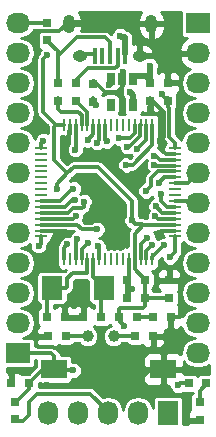
<source format=gbr>
G04 #@! TF.FileFunction,Copper,L1,Top,Signal*
%FSLAX46Y46*%
G04 Gerber Fmt 4.6, Leading zero omitted, Abs format (unit mm)*
G04 Created by KiCad (PCBNEW 4.0.2-stable) date 09.08.2016 00:29:19*
%MOMM*%
G01*
G04 APERTURE LIST*
%ADD10C,0.300000*%
%ADD11R,2.032000X1.727200*%
%ADD12O,2.032000X1.727200*%
%ADD13R,0.400000X1.350000*%
%ADD14O,1.250000X0.950000*%
%ADD15O,1.000000X1.550000*%
%ADD16R,2.180000X1.600000*%
%ADD17R,0.250000X1.000000*%
%ADD18R,1.000000X0.250000*%
%ADD19R,0.650000X1.060000*%
%ADD20R,1.800000X2.000000*%
%ADD21R,0.800000X0.750000*%
%ADD22R,0.750000X0.800000*%
%ADD23R,1.727200X2.032000*%
%ADD24O,1.727200X2.032000*%
%ADD25C,1.000000*%
%ADD26R,0.797560X0.797560*%
%ADD27C,0.600000*%
%ADD28C,0.500000*%
%ADD29C,0.254000*%
G04 APERTURE END LIST*
D10*
D11*
X109220000Y-121920000D03*
D12*
X109220000Y-119380000D03*
X109220000Y-116840000D03*
X109220000Y-114300000D03*
X109220000Y-111760000D03*
X109220000Y-109220000D03*
X109220000Y-106680000D03*
X109220000Y-104140000D03*
X109220000Y-101600000D03*
X109220000Y-99060000D03*
X109220000Y-96520000D03*
X109220000Y-93980000D03*
D11*
X124460000Y-93980000D03*
D12*
X124460000Y-96520000D03*
X124460000Y-99060000D03*
X124460000Y-101600000D03*
X124460000Y-104140000D03*
X124460000Y-106680000D03*
X124460000Y-109220000D03*
X124460000Y-111760000D03*
X124460000Y-114300000D03*
X124460000Y-116840000D03*
X124460000Y-119380000D03*
X124460000Y-121920000D03*
D13*
X118300900Y-96762540D03*
X117650900Y-96762540D03*
X117000900Y-96762540D03*
X116350900Y-96762540D03*
X115700900Y-96762540D03*
D14*
X119500900Y-96762540D03*
X114500900Y-96762540D03*
D15*
X120500900Y-94062540D03*
X113500900Y-94062540D03*
D16*
X112297570Y-123297680D03*
X121502430Y-123302320D03*
D17*
X113090000Y-114000000D03*
X113590000Y-114000000D03*
X114090000Y-114000000D03*
X114590000Y-114000000D03*
X115090000Y-114000000D03*
X115590000Y-114000000D03*
X116090000Y-114000000D03*
X116590000Y-114000000D03*
X117090000Y-114000000D03*
X117590000Y-114000000D03*
X118090000Y-114000000D03*
X118590000Y-114000000D03*
X119090000Y-114000000D03*
X119590000Y-114000000D03*
X120090000Y-114000000D03*
X120590000Y-114000000D03*
D18*
X122540000Y-112050000D03*
X122540000Y-111550000D03*
X122540000Y-111050000D03*
X122540000Y-110550000D03*
X122540000Y-110050000D03*
X122540000Y-109550000D03*
X122540000Y-109050000D03*
X122540000Y-108550000D03*
X122540000Y-108050000D03*
X122540000Y-107550000D03*
X122540000Y-107050000D03*
X122540000Y-106550000D03*
X122540000Y-106050000D03*
X122540000Y-105550000D03*
X122540000Y-105050000D03*
X122540000Y-104550000D03*
D17*
X120590000Y-102600000D03*
X120090000Y-102600000D03*
X119590000Y-102600000D03*
X119090000Y-102600000D03*
X118590000Y-102600000D03*
X118090000Y-102600000D03*
X117590000Y-102600000D03*
X117090000Y-102600000D03*
X116590000Y-102600000D03*
X116090000Y-102600000D03*
X115590000Y-102600000D03*
X115090000Y-102600000D03*
X114590000Y-102600000D03*
X114090000Y-102600000D03*
X113590000Y-102600000D03*
X113090000Y-102600000D03*
D18*
X111140000Y-104550000D03*
X111140000Y-105050000D03*
X111140000Y-105550000D03*
X111140000Y-106050000D03*
X111140000Y-106550000D03*
X111140000Y-107050000D03*
X111140000Y-107550000D03*
X111140000Y-108050000D03*
X111140000Y-108550000D03*
X111140000Y-109050000D03*
X111140000Y-109550000D03*
X111140000Y-110050000D03*
X111140000Y-110550000D03*
X111140000Y-111050000D03*
X111140000Y-111550000D03*
X111140000Y-112050000D03*
D19*
X118950000Y-98700000D03*
X118000000Y-98700000D03*
X117050000Y-98700000D03*
X117050000Y-100900000D03*
X118950000Y-100900000D03*
D20*
X112100000Y-116400000D03*
X116500000Y-116400000D03*
D21*
X111650000Y-118900000D03*
X113150000Y-118900000D03*
X116250000Y-118900000D03*
X114750000Y-118900000D03*
X119150000Y-120500000D03*
X120650000Y-120500000D03*
X113250000Y-120500000D03*
X111750000Y-120500000D03*
X118450000Y-117300000D03*
X119950000Y-117300000D03*
D22*
X122000000Y-115750000D03*
X122000000Y-117250000D03*
X121900000Y-99050000D03*
X121900000Y-100550000D03*
D21*
X118450000Y-115700000D03*
X119950000Y-115700000D03*
X108650000Y-124500000D03*
X110150000Y-124500000D03*
D22*
X114100000Y-100550000D03*
X114100000Y-99050000D03*
X112600000Y-99050000D03*
X112600000Y-100550000D03*
X111700000Y-93950000D03*
X111700000Y-95450000D03*
D21*
X119250000Y-118900000D03*
X117750000Y-118900000D03*
X125150000Y-124500000D03*
X123650000Y-124500000D03*
D22*
X109000000Y-126050000D03*
X109000000Y-127550000D03*
D23*
X121920000Y-127000000D03*
D24*
X119380000Y-127000000D03*
X116840000Y-127000000D03*
X114300000Y-127000000D03*
X111760000Y-127000000D03*
D22*
X115600000Y-100650000D03*
X115600000Y-99150000D03*
X120400000Y-99050000D03*
X120400000Y-100550000D03*
D25*
X117300000Y-120500000D03*
X115100000Y-120500000D03*
D26*
X120650700Y-118900000D03*
X122149300Y-118900000D03*
X124600000Y-126101400D03*
X124600000Y-127600000D03*
D27*
X122000000Y-93200000D03*
X118100000Y-98100000D03*
X110450000Y-118150000D03*
X111650000Y-124650000D03*
X123500000Y-127850000D03*
X125150000Y-123450000D03*
X111500000Y-114500000D03*
X114200000Y-116050000D03*
X114750000Y-117850000D03*
X110750000Y-102550000D03*
X110550000Y-100400000D03*
X110600000Y-97900000D03*
X115850000Y-93500000D03*
X122400000Y-96100000D03*
X118000000Y-101200000D03*
X120400000Y-101250000D03*
X110600000Y-95200000D03*
X120000000Y-110050000D03*
X121200000Y-111725009D03*
X117850000Y-112600000D03*
X114800000Y-107650000D03*
X114950000Y-110600000D03*
X118850000Y-116500000D03*
X121250000Y-103950000D03*
X119850000Y-106200000D03*
X113495484Y-111795484D03*
X114400000Y-121900000D03*
X119400000Y-124400000D03*
X115700000Y-124600000D03*
X110700000Y-120500000D03*
X108600000Y-123600000D03*
X115100000Y-112600000D03*
X114200000Y-112300000D03*
X121400000Y-100000000D03*
X118700000Y-99800000D03*
X111700000Y-96700000D03*
X112500000Y-108040028D03*
X110950000Y-112850000D03*
X118850000Y-110700000D03*
X118200000Y-119600000D03*
X115800000Y-100900000D03*
X116900000Y-99200000D03*
X120400000Y-97600000D03*
X113900000Y-123400000D03*
X116000000Y-112900000D03*
X114800000Y-109100000D03*
X120050000Y-108200000D03*
X114100000Y-110300000D03*
X114000000Y-109000000D03*
X113900000Y-108000000D03*
X115100000Y-103900000D03*
X115900000Y-104100000D03*
X116714189Y-103995443D03*
X117800000Y-103750000D03*
X118450000Y-104450000D03*
X119314403Y-104664403D03*
X118350000Y-106000000D03*
X120167333Y-112150999D03*
X113400000Y-112700000D03*
X120747522Y-105206775D03*
X120768251Y-105986502D03*
X121150000Y-107500000D03*
X121300000Y-108500000D03*
X120890709Y-109510679D03*
X120844531Y-110355469D03*
X122100000Y-113800000D03*
X121600000Y-112800000D03*
X114069090Y-104692461D03*
X111350000Y-103950000D03*
X122750000Y-124669990D03*
X115900000Y-111450000D03*
X120600000Y-112800000D03*
X117850000Y-95050000D03*
D10*
X112100000Y-116400000D02*
X113300000Y-116400000D01*
X113300000Y-116400000D02*
X113400000Y-116300000D01*
X113400000Y-116300000D02*
X113400000Y-115600000D01*
X113400000Y-115600000D02*
X113850000Y-115150000D01*
X113850000Y-115150000D02*
X115090000Y-115150000D01*
X115090000Y-115150000D02*
X115090000Y-114000000D01*
X111650000Y-118900000D02*
X111650000Y-116850000D01*
X111650000Y-116850000D02*
X112100000Y-116400000D01*
X122400000Y-96100000D02*
X122400000Y-93367964D01*
X122400000Y-93367964D02*
X122293135Y-93261099D01*
X118000000Y-98700000D02*
X118000000Y-98200000D01*
X118000000Y-98200000D02*
X118100000Y-98100000D01*
X110750000Y-120025736D02*
X110750000Y-118450000D01*
X110750000Y-118450000D02*
X110450000Y-118150000D01*
X110700000Y-120500000D02*
X110700000Y-120075736D01*
X110700000Y-120075736D02*
X110750000Y-120025736D01*
X115700000Y-124600000D02*
X111700000Y-124600000D01*
X111700000Y-124600000D02*
X111650000Y-124650000D01*
X124600000Y-127749300D02*
X123600700Y-127749300D01*
X123600700Y-127749300D02*
X123500000Y-127850000D01*
X121502430Y-123302320D02*
X125002320Y-123302320D01*
X125002320Y-123302320D02*
X125150000Y-123450000D01*
X111950000Y-113217598D02*
X111950000Y-114050000D01*
X111950000Y-114050000D02*
X111500000Y-114500000D01*
X112916704Y-111950000D02*
X112916704Y-112250894D01*
X112916704Y-112250894D02*
X111950000Y-113217598D01*
X113495484Y-111795484D02*
X113071220Y-111795484D01*
X113071220Y-111795484D02*
X112916704Y-111950000D01*
X114750000Y-117850000D02*
X114750000Y-116600000D01*
X114750000Y-116600000D02*
X114200000Y-116050000D01*
X114750000Y-118900000D02*
X114750000Y-117850000D01*
X110750000Y-101200000D02*
X110750000Y-102550000D01*
X110675736Y-101125736D02*
X110750000Y-101200000D01*
X110675736Y-100950000D02*
X110675736Y-101125736D01*
X110550000Y-100400000D02*
X110550000Y-100824264D01*
X110550000Y-100824264D02*
X110675736Y-100950000D01*
X110750000Y-98550000D02*
X110750000Y-100200000D01*
X110750000Y-100200000D02*
X110550000Y-100400000D01*
X110675736Y-98475736D02*
X110750000Y-98550000D01*
X110675736Y-98400000D02*
X110675736Y-98475736D01*
X110600000Y-97900000D02*
X110600000Y-98324264D01*
X110600000Y-98324264D02*
X110675736Y-98400000D01*
X110800000Y-96800000D02*
X110600000Y-97000000D01*
X110600000Y-97000000D02*
X110600000Y-97900000D01*
X110800000Y-95824264D02*
X110800000Y-96800000D01*
X110600000Y-95200000D02*
X110600000Y-95624264D01*
X110600000Y-95624264D02*
X110800000Y-95824264D01*
X113500900Y-93862540D02*
X115487460Y-93862540D01*
X115487460Y-93862540D02*
X115850000Y-93500000D01*
X118000000Y-98500000D02*
X118000000Y-101200000D01*
X120400000Y-100350000D02*
X120400000Y-101250000D01*
X110600000Y-95200000D02*
X110600000Y-94775736D01*
X110600000Y-94775736D02*
X110695735Y-94680001D01*
X110695735Y-94680001D02*
X112683439Y-94680001D01*
X112683439Y-94680001D02*
X113500900Y-93862540D01*
X122540000Y-111550000D02*
X122228836Y-111550000D01*
X122228836Y-111550000D02*
X122203827Y-111575009D01*
X122203827Y-111575009D02*
X121350000Y-111575009D01*
X121350000Y-111575009D02*
X121200000Y-111725009D01*
X117569999Y-99830001D02*
X118117278Y-99282722D01*
X118117278Y-99282722D02*
X118117278Y-98617278D01*
X118117278Y-98617278D02*
X118000000Y-98500000D01*
X115600000Y-98850000D02*
X115617598Y-98850000D01*
X116597599Y-99830001D02*
X117569999Y-99830001D01*
X115617598Y-98850000D02*
X116597599Y-99830001D01*
X114500900Y-96562540D02*
X115700900Y-96562540D01*
X117500000Y-109650000D02*
X117500000Y-112250000D01*
X117500000Y-112250000D02*
X117850000Y-112600000D01*
X115550000Y-107700000D02*
X117500000Y-109650000D01*
X115274264Y-107700000D02*
X115550000Y-107700000D01*
X114800000Y-107650000D02*
X115224264Y-107650000D01*
X115224264Y-107650000D02*
X115274264Y-107700000D01*
X118417598Y-107000000D02*
X119050000Y-107000000D01*
X119050000Y-107000000D02*
X119850000Y-106200000D01*
X117750000Y-106550000D02*
X117967598Y-106550000D01*
X117967598Y-106550000D02*
X118417598Y-107000000D01*
X116700000Y-105500000D02*
X117750000Y-106550000D01*
X113650000Y-105500000D02*
X116700000Y-105500000D01*
X113200000Y-105050000D02*
X113650000Y-105500000D01*
X113200000Y-104500000D02*
X113200000Y-105050000D01*
X113400000Y-104300000D02*
X113200000Y-104500000D01*
X113400000Y-103590000D02*
X113400000Y-104300000D01*
X113590000Y-102600000D02*
X113590000Y-103400000D01*
X113590000Y-103400000D02*
X113400000Y-103590000D01*
X113590000Y-102600000D02*
X113590000Y-103110000D01*
X113590000Y-103110000D02*
X113545001Y-103154999D01*
X113545001Y-103154999D02*
X113545001Y-103604999D01*
X118450000Y-115700000D02*
X118450000Y-116100000D01*
X118450000Y-116100000D02*
X118850000Y-116500000D01*
X118590000Y-114000000D02*
X118590000Y-115560000D01*
X118590000Y-115560000D02*
X118450000Y-115700000D01*
X111140000Y-111550000D02*
X113250000Y-111550000D01*
X113250000Y-111550000D02*
X113495484Y-111795484D01*
X122540000Y-105050000D02*
X121740000Y-105050000D01*
X121740000Y-105050000D02*
X121250000Y-104560000D01*
X121250000Y-104560000D02*
X121250000Y-103900000D01*
X121550000Y-101525000D02*
X120400000Y-100375000D01*
X121250000Y-103900000D02*
X121550000Y-103600000D01*
X121550000Y-103600000D02*
X121550000Y-101525000D01*
X120400000Y-100375000D02*
X120400000Y-100350000D01*
X110900000Y-121400000D02*
X110700000Y-121200000D01*
X110700000Y-121200000D02*
X110700000Y-120500000D01*
X112178726Y-121400000D02*
X110900000Y-121400000D01*
X112600001Y-121600001D02*
X112500000Y-121500000D01*
X112500000Y-121500000D02*
X112278726Y-121500000D01*
X112278726Y-121500000D02*
X112178726Y-121400000D01*
X114400000Y-121900000D02*
X114100001Y-121600001D01*
X114100001Y-121600001D02*
X112600001Y-121600001D01*
X122149300Y-118900000D02*
X122848080Y-118900000D01*
X122848080Y-118900000D02*
X122900000Y-118848080D01*
X122900000Y-118848080D02*
X122900000Y-115975000D01*
X122900000Y-115975000D02*
X122675000Y-115750000D01*
X122675000Y-115750000D02*
X122000000Y-115750000D01*
X114400000Y-121900000D02*
X115700000Y-123200000D01*
X115700000Y-123200000D02*
X115700000Y-124600000D01*
X114750000Y-117850000D02*
X114800000Y-117800000D01*
X121502430Y-123302320D02*
X120497680Y-123302320D01*
X120497680Y-123302320D02*
X119400000Y-124400000D01*
X110700000Y-120500000D02*
X111750000Y-120500000D01*
X108650000Y-124500000D02*
X108650000Y-123650000D01*
X108650000Y-123650000D02*
X108600000Y-123600000D01*
X116250000Y-118900000D02*
X116250000Y-116650000D01*
X116250000Y-116650000D02*
X116500000Y-116400000D01*
X115590000Y-114000000D02*
X115590000Y-115490000D01*
X115590000Y-115490000D02*
X116500000Y-116400000D01*
X114590000Y-114000000D02*
X114590000Y-113110000D01*
X114590000Y-113110000D02*
X115100000Y-112600000D01*
X117300000Y-120500000D02*
X119150000Y-120500000D01*
X114090000Y-114000000D02*
X114090000Y-112410000D01*
X114090000Y-112410000D02*
X114200000Y-112300000D01*
X115100000Y-120500000D02*
X113250000Y-120500000D01*
X121400000Y-100000000D02*
X121400000Y-100050000D01*
X121400000Y-100050000D02*
X121900000Y-100550000D01*
D28*
X118950000Y-100900000D02*
X118950000Y-100050000D01*
X118950000Y-100050000D02*
X118700000Y-99800000D01*
D10*
X111700000Y-96700000D02*
X111350000Y-97050000D01*
X111350000Y-97050000D02*
X111350000Y-101500000D01*
X111350000Y-101500000D02*
X111500000Y-101650000D01*
X111500000Y-101650000D02*
X112450000Y-102600000D01*
X110850000Y-125350000D02*
X115342400Y-125350000D01*
X115342400Y-125350000D02*
X116840000Y-126847600D01*
X116840000Y-126847600D02*
X116840000Y-127000000D01*
X110150000Y-126050000D02*
X110850000Y-125350000D01*
X110150000Y-127175000D02*
X110150000Y-126050000D01*
X109000000Y-127650000D02*
X109675000Y-127650000D01*
X109675000Y-127650000D02*
X110150000Y-127175000D01*
X121900000Y-100350000D02*
X121850000Y-100350000D01*
X112500000Y-107615764D02*
X113400000Y-106715764D01*
X113400000Y-106715764D02*
X113950000Y-106165764D01*
X112300000Y-104515764D02*
X112300000Y-105615764D01*
X112300000Y-105615764D02*
X113400000Y-106715764D01*
X112300000Y-102750000D02*
X112300000Y-104515764D01*
X112450000Y-102600000D02*
X112300000Y-102750000D01*
X113090000Y-102600000D02*
X112450000Y-102600000D01*
X115965764Y-106165764D02*
X118850000Y-109050000D01*
X118850000Y-109050000D02*
X118850000Y-110700000D01*
X113950000Y-106165764D02*
X115965764Y-106165764D01*
X112500000Y-108040028D02*
X112500000Y-107615764D01*
X111140000Y-112050000D02*
X111140000Y-112660000D01*
X111140000Y-112660000D02*
X110950000Y-112850000D01*
X118850000Y-110700000D02*
X119149999Y-110999999D01*
X119149999Y-110999999D02*
X119710001Y-110999999D01*
X119710001Y-110999999D02*
X119805001Y-111094999D01*
X122540000Y-104550000D02*
X122540000Y-104125000D01*
X122540000Y-104125000D02*
X122030010Y-103615010D01*
X121900000Y-101050000D02*
X121900000Y-100350000D01*
X122030010Y-103615010D02*
X122030010Y-101180010D01*
X122030010Y-101180010D02*
X121900000Y-101050000D01*
X117750000Y-118900000D02*
X117750000Y-119150000D01*
X117750000Y-119150000D02*
X118200000Y-119600000D01*
X119090000Y-114840000D02*
X119950000Y-115700000D01*
X119090000Y-114000000D02*
X119090000Y-114840000D01*
X119950000Y-115700000D02*
X119950000Y-117300000D01*
X122000000Y-117250000D02*
X120000000Y-117250000D01*
X120000000Y-117250000D02*
X119950000Y-117300000D01*
X117750000Y-118900000D02*
X117750000Y-118225000D01*
X117750000Y-118225000D02*
X117875000Y-118100000D01*
X117875000Y-118100000D02*
X119825000Y-118100000D01*
X119825000Y-118100000D02*
X119950000Y-117975000D01*
X119950000Y-117975000D02*
X119950000Y-117300000D01*
X122540000Y-111050000D02*
X122050000Y-111050000D01*
X122050000Y-111050000D02*
X122005001Y-111094999D01*
X119805001Y-111094999D02*
X119090000Y-111810000D01*
X122005001Y-111094999D02*
X119805001Y-111094999D01*
X119090000Y-114000000D02*
X119090000Y-111810000D01*
X115600000Y-100350000D02*
X115600000Y-100700000D01*
X115600000Y-100700000D02*
X115800000Y-100900000D01*
X109220000Y-93980000D02*
X111670000Y-93980000D01*
X111670000Y-93980000D02*
X111700000Y-93950000D01*
D28*
X117050000Y-98500000D02*
X117050000Y-99050000D01*
X117050000Y-99050000D02*
X116900000Y-99200000D01*
X120400000Y-98850000D02*
X120400000Y-97600000D01*
X118950000Y-98500000D02*
X120050000Y-98500000D01*
X120050000Y-98500000D02*
X120400000Y-98850000D01*
D10*
X112297570Y-123297680D02*
X111352320Y-123297680D01*
X111352320Y-123297680D02*
X110150000Y-124500000D01*
X110150000Y-124500000D02*
X110150000Y-125000000D01*
X110150000Y-125000000D02*
X109000000Y-126150000D01*
X109220000Y-121920000D02*
X112019890Y-121920000D01*
X112019890Y-121920000D02*
X112297570Y-122197680D01*
X112297570Y-122197680D02*
X112297570Y-123297680D01*
X113900000Y-123400000D02*
X112399890Y-123400000D01*
X112399890Y-123400000D02*
X112297570Y-123297680D01*
X116090000Y-114000000D02*
X116090000Y-112990000D01*
X116090000Y-112990000D02*
X116000000Y-112900000D01*
X120650700Y-118900000D02*
X119250000Y-118900000D01*
X124600000Y-126250700D02*
X124600000Y-125150000D01*
X124600000Y-125150000D02*
X125250000Y-124500000D01*
X114800000Y-109539998D02*
X114800000Y-109100000D01*
X114669999Y-109669999D02*
X114800000Y-109539998D01*
X113450009Y-110050000D02*
X113830010Y-109669999D01*
X113830010Y-109669999D02*
X114669999Y-109669999D01*
X111140000Y-110050000D02*
X113450009Y-110050000D01*
X120500000Y-107100000D02*
X120500000Y-107750000D01*
X120500000Y-107750000D02*
X120050000Y-108200000D01*
X121050000Y-106550000D02*
X120500000Y-107100000D01*
X122540000Y-106550000D02*
X121050000Y-106550000D01*
X111140000Y-110550000D02*
X113850000Y-110550000D01*
X113850000Y-110550000D02*
X114100000Y-110300000D01*
X114000000Y-109000000D02*
X113800000Y-109000000D01*
X113800000Y-109000000D02*
X113230010Y-109569990D01*
X113230010Y-109569990D02*
X111159990Y-109569990D01*
X111159990Y-109569990D02*
X111140000Y-109550000D01*
X112750000Y-109050000D02*
X113800000Y-108000000D01*
X113800000Y-108000000D02*
X113900000Y-108000000D01*
X111140000Y-109050000D02*
X112750000Y-109050000D01*
X115100000Y-103900000D02*
X115590000Y-103410000D01*
X115590000Y-103410000D02*
X115590000Y-102600000D01*
X115900000Y-104100000D02*
X116090000Y-103910000D01*
X116090000Y-103910000D02*
X116090000Y-102600000D01*
X116590000Y-102600000D02*
X116590000Y-103871254D01*
X116590000Y-103871254D02*
X116714189Y-103995443D01*
X119090000Y-102600000D02*
X119090000Y-103319002D01*
X119090000Y-103319002D02*
X118659002Y-103750000D01*
X118659002Y-103750000D02*
X118224264Y-103750000D01*
X118224264Y-103750000D02*
X117800000Y-103750000D01*
X118450000Y-104450000D02*
X118637838Y-104450000D01*
X118637838Y-104450000D02*
X119570010Y-103517828D01*
X119570010Y-102619990D02*
X119590000Y-102600000D01*
X119570010Y-103517828D02*
X119570010Y-102619990D01*
X119314403Y-104664403D02*
X120090000Y-103888806D01*
X120090000Y-103888806D02*
X120090000Y-102600000D01*
X118350000Y-106000000D02*
X118911208Y-106000000D01*
X118911208Y-106000000D02*
X120570010Y-104341198D01*
X120570010Y-104341198D02*
X120570010Y-103179990D01*
X120570010Y-103179990D02*
X120590000Y-103160000D01*
X120590000Y-103160000D02*
X120590000Y-102600000D01*
X119590000Y-114000000D02*
X119590000Y-112728332D01*
X119590000Y-112728332D02*
X120167333Y-112150999D01*
X113090000Y-114000000D02*
X113090000Y-113010000D01*
X113090000Y-113010000D02*
X113400000Y-112700000D01*
X122540000Y-105550000D02*
X121264151Y-105550000D01*
X121264151Y-105550000D02*
X120920926Y-105206775D01*
X120920926Y-105206775D02*
X120747522Y-105206775D01*
X122540000Y-106050000D02*
X120831749Y-106050000D01*
X120831749Y-106050000D02*
X120768251Y-105986502D01*
X122540000Y-107050000D02*
X121600000Y-107050000D01*
X121600000Y-107050000D02*
X121150000Y-107500000D01*
X122540000Y-107550000D02*
X123590000Y-107550000D01*
X123590000Y-107550000D02*
X124460000Y-106680000D01*
X122540000Y-109050000D02*
X124290000Y-109050000D01*
X124290000Y-109050000D02*
X124460000Y-109220000D01*
X122540000Y-109550000D02*
X121820998Y-109550000D01*
X121820998Y-109550000D02*
X121300000Y-109029002D01*
X121300000Y-109029002D02*
X121300000Y-108500000D01*
X122540000Y-110050000D02*
X121430030Y-110050000D01*
X121430030Y-110050000D02*
X120890709Y-109510679D01*
X122540000Y-110550000D02*
X121039062Y-110550000D01*
X121039062Y-110550000D02*
X120844531Y-110355469D01*
X122540000Y-112050000D02*
X122540000Y-113360000D01*
X122540000Y-113360000D02*
X122100000Y-113800000D01*
X120590000Y-114000000D02*
X120590000Y-113810000D01*
X120590000Y-113810000D02*
X121600000Y-112800000D01*
X117650900Y-96762540D02*
X117650900Y-97581542D01*
X117650900Y-97581542D02*
X117407442Y-97825000D01*
X115100000Y-97825000D02*
X114100000Y-98825000D01*
X117407442Y-97825000D02*
X115100000Y-97825000D01*
X114100000Y-98825000D02*
X114100000Y-98850000D01*
X112600000Y-96800000D02*
X112600000Y-96375000D01*
X112600000Y-96375000D02*
X111700000Y-95475000D01*
X111700000Y-95475000D02*
X111700000Y-95450000D01*
X114200000Y-95200000D02*
X112600000Y-96800000D01*
X112600000Y-96800000D02*
X112600000Y-98850000D01*
X116613360Y-95200000D02*
X114200000Y-95200000D01*
X117000900Y-96562540D02*
X117000900Y-95587540D01*
X117000900Y-95587540D02*
X116613360Y-95200000D01*
X114090000Y-103579990D02*
X114090000Y-104690000D01*
X114090000Y-104690000D02*
X114150000Y-104750000D01*
X114090000Y-102600000D02*
X114090000Y-103579990D01*
X111140000Y-104550000D02*
X111140000Y-104160000D01*
X111140000Y-104160000D02*
X111350000Y-103950000D01*
X115090000Y-102600000D02*
X115090000Y-101540000D01*
X115090000Y-101540000D02*
X114100000Y-100550000D01*
X114590000Y-102600000D02*
X114590000Y-101800000D01*
X114590000Y-101800000D02*
X114290000Y-101500000D01*
X114290000Y-101500000D02*
X112850000Y-101500000D01*
X112850000Y-101500000D02*
X112600000Y-101250000D01*
X112600000Y-101250000D02*
X112600000Y-100550000D01*
X112600000Y-100375000D02*
X112600000Y-100350000D01*
X123650000Y-124500000D02*
X122919990Y-124500000D01*
X122919990Y-124500000D02*
X122750000Y-124669990D01*
X114650000Y-111450000D02*
X115900000Y-111450000D01*
X114250000Y-111050000D02*
X114650000Y-111450000D01*
X111140000Y-111050000D02*
X114250000Y-111050000D01*
X120090000Y-114000000D02*
X120090000Y-113310000D01*
X120090000Y-113310000D02*
X120600000Y-112800000D01*
D28*
X118300900Y-95200900D02*
X118000900Y-95200900D01*
X118000900Y-95200900D02*
X117850000Y-95050000D01*
X118300900Y-96562540D02*
X118300900Y-95200900D01*
D29*
G36*
X122276300Y-118773000D02*
X122296300Y-118773000D01*
X122296300Y-119027000D01*
X122276300Y-119027000D01*
X122276300Y-119775030D01*
X122435050Y-119933780D01*
X122674389Y-119933780D01*
X122907778Y-119837107D01*
X123051138Y-119693748D01*
X123086971Y-119873891D01*
X123366738Y-120292592D01*
X123785439Y-120572359D01*
X124175767Y-120650000D01*
X123785439Y-120727641D01*
X123366738Y-121007408D01*
X123086971Y-121426109D01*
X122988730Y-121920000D01*
X123008742Y-122020607D01*
X122952128Y-121963993D01*
X122718739Y-121867320D01*
X121788180Y-121867320D01*
X121629430Y-122026070D01*
X121629430Y-123175320D01*
X123068680Y-123175320D01*
X123227430Y-123016570D01*
X123227430Y-122624103D01*
X123366738Y-122832592D01*
X123785439Y-123112359D01*
X124279330Y-123210600D01*
X124640670Y-123210600D01*
X125134561Y-123112359D01*
X125348000Y-122969744D01*
X125348000Y-123689635D01*
X124750000Y-123689635D01*
X124591763Y-123719409D01*
X124446433Y-123812927D01*
X124400169Y-123880636D01*
X124362073Y-123821433D01*
X124219381Y-123723936D01*
X124050000Y-123689635D01*
X123250000Y-123689635D01*
X123227430Y-123693882D01*
X123227430Y-123588070D01*
X123068680Y-123429320D01*
X121629430Y-123429320D01*
X121629430Y-124578570D01*
X121788180Y-124737320D01*
X122022941Y-124737320D01*
X122022874Y-124813965D01*
X122133320Y-125081265D01*
X122337650Y-125285951D01*
X122604756Y-125396864D01*
X122893975Y-125397116D01*
X123151973Y-125290514D01*
X123250000Y-125310365D01*
X124022258Y-125310365D01*
X123897653Y-125390547D01*
X123800156Y-125533239D01*
X123765855Y-125702620D01*
X123765855Y-126500180D01*
X123795629Y-126658417D01*
X123815350Y-126689064D01*
X123662893Y-126841522D01*
X123566220Y-127074911D01*
X123566220Y-127314250D01*
X123724970Y-127473000D01*
X124473000Y-127473000D01*
X124473000Y-127453000D01*
X124727000Y-127453000D01*
X124727000Y-127473000D01*
X124747000Y-127473000D01*
X124747000Y-127727000D01*
X124727000Y-127727000D01*
X124727000Y-127747000D01*
X124473000Y-127747000D01*
X124473000Y-127727000D01*
X123724970Y-127727000D01*
X123566220Y-127885750D01*
X123566220Y-127948000D01*
X123218965Y-127948000D01*
X123218965Y-125984000D01*
X123189191Y-125825763D01*
X123095673Y-125680433D01*
X122952981Y-125582936D01*
X122783600Y-125548635D01*
X121056400Y-125548635D01*
X120898163Y-125578409D01*
X120752833Y-125671927D01*
X120655336Y-125814619D01*
X120621035Y-125984000D01*
X120621035Y-126570150D01*
X120572359Y-126325439D01*
X120292592Y-125906738D01*
X119873891Y-125626971D01*
X119380000Y-125528730D01*
X118886109Y-125626971D01*
X118467408Y-125906738D01*
X118187641Y-126325439D01*
X118110000Y-126715767D01*
X118032359Y-126325439D01*
X117752592Y-125906738D01*
X117333891Y-125626971D01*
X116840000Y-125528730D01*
X116420563Y-125612161D01*
X115750401Y-124941999D01*
X115563208Y-124816922D01*
X115342400Y-124772999D01*
X115342395Y-124773000D01*
X110985365Y-124773000D01*
X110985365Y-124480637D01*
X110996050Y-124469952D01*
X111038189Y-124498744D01*
X111207570Y-124533045D01*
X113387570Y-124533045D01*
X113545807Y-124503271D01*
X113691137Y-124409753D01*
X113788634Y-124267061D01*
X113817012Y-124126928D01*
X114043975Y-124127126D01*
X114311275Y-124016680D01*
X114515961Y-123812350D01*
X114609090Y-123588070D01*
X119777430Y-123588070D01*
X119777430Y-124228630D01*
X119874103Y-124462019D01*
X120052732Y-124640647D01*
X120286121Y-124737320D01*
X121216680Y-124737320D01*
X121375430Y-124578570D01*
X121375430Y-123429320D01*
X119936180Y-123429320D01*
X119777430Y-123588070D01*
X114609090Y-123588070D01*
X114626874Y-123545244D01*
X114627126Y-123256025D01*
X114516680Y-122988725D01*
X114312350Y-122784039D01*
X114045244Y-122673126D01*
X113822935Y-122672932D01*
X113822935Y-122497680D01*
X113800042Y-122376010D01*
X119777430Y-122376010D01*
X119777430Y-123016570D01*
X119936180Y-123175320D01*
X121375430Y-123175320D01*
X121375430Y-122026070D01*
X121216680Y-121867320D01*
X120286121Y-121867320D01*
X120052732Y-121963993D01*
X119874103Y-122142621D01*
X119777430Y-122376010D01*
X113800042Y-122376010D01*
X113793161Y-122339443D01*
X113699643Y-122194113D01*
X113556951Y-122096616D01*
X113387570Y-122062315D01*
X112847644Y-122062315D01*
X112830648Y-121976872D01*
X112757448Y-121867320D01*
X112705571Y-121789679D01*
X112705568Y-121789677D01*
X112427891Y-121511999D01*
X112368036Y-121472005D01*
X112509698Y-121413327D01*
X112660624Y-121262402D01*
X112680619Y-121276064D01*
X112850000Y-121310365D01*
X113650000Y-121310365D01*
X113808237Y-121280591D01*
X113953567Y-121187073D01*
X114028776Y-121077000D01*
X114366160Y-121077000D01*
X114574211Y-121285414D01*
X114914799Y-121426839D01*
X115283583Y-121427161D01*
X115624417Y-121286331D01*
X115885414Y-121025789D01*
X116026839Y-120685201D01*
X116027161Y-120316417D01*
X115886331Y-119975583D01*
X115625789Y-119714586D01*
X115613530Y-119709496D01*
X115660624Y-119662402D01*
X115680619Y-119676064D01*
X115850000Y-119710365D01*
X116650000Y-119710365D01*
X116808237Y-119680591D01*
X116953567Y-119587073D01*
X116999831Y-119519364D01*
X117037927Y-119578567D01*
X117062281Y-119595207D01*
X116775583Y-119713669D01*
X116514586Y-119974211D01*
X116373161Y-120314799D01*
X116372839Y-120683583D01*
X116513669Y-121024417D01*
X116774211Y-121285414D01*
X117114799Y-121426839D01*
X117483583Y-121427161D01*
X117824417Y-121286331D01*
X118034114Y-121077000D01*
X118372570Y-121077000D01*
X118437927Y-121178567D01*
X118580619Y-121276064D01*
X118750000Y-121310365D01*
X119550000Y-121310365D01*
X119708237Y-121280591D01*
X119738251Y-121261277D01*
X119890302Y-121413327D01*
X120123691Y-121510000D01*
X120364250Y-121510000D01*
X120523000Y-121351250D01*
X120523000Y-120627000D01*
X120777000Y-120627000D01*
X120777000Y-121351250D01*
X120935750Y-121510000D01*
X121176309Y-121510000D01*
X121409698Y-121413327D01*
X121588327Y-121234699D01*
X121685000Y-121001310D01*
X121685000Y-120785750D01*
X121526250Y-120627000D01*
X120777000Y-120627000D01*
X120523000Y-120627000D01*
X120503000Y-120627000D01*
X120503000Y-120373000D01*
X120523000Y-120373000D01*
X120523000Y-120353000D01*
X120777000Y-120353000D01*
X120777000Y-120373000D01*
X121526250Y-120373000D01*
X121685000Y-120214250D01*
X121685000Y-119998690D01*
X121658113Y-119933780D01*
X121863550Y-119933780D01*
X122022300Y-119775030D01*
X122022300Y-119027000D01*
X122002300Y-119027000D01*
X122002300Y-118773000D01*
X122022300Y-118773000D01*
X122022300Y-118753000D01*
X122276300Y-118753000D01*
X122276300Y-118773000D01*
X122276300Y-118773000D01*
G37*
X122276300Y-118773000D02*
X122296300Y-118773000D01*
X122296300Y-119027000D01*
X122276300Y-119027000D01*
X122276300Y-119775030D01*
X122435050Y-119933780D01*
X122674389Y-119933780D01*
X122907778Y-119837107D01*
X123051138Y-119693748D01*
X123086971Y-119873891D01*
X123366738Y-120292592D01*
X123785439Y-120572359D01*
X124175767Y-120650000D01*
X123785439Y-120727641D01*
X123366738Y-121007408D01*
X123086971Y-121426109D01*
X122988730Y-121920000D01*
X123008742Y-122020607D01*
X122952128Y-121963993D01*
X122718739Y-121867320D01*
X121788180Y-121867320D01*
X121629430Y-122026070D01*
X121629430Y-123175320D01*
X123068680Y-123175320D01*
X123227430Y-123016570D01*
X123227430Y-122624103D01*
X123366738Y-122832592D01*
X123785439Y-123112359D01*
X124279330Y-123210600D01*
X124640670Y-123210600D01*
X125134561Y-123112359D01*
X125348000Y-122969744D01*
X125348000Y-123689635D01*
X124750000Y-123689635D01*
X124591763Y-123719409D01*
X124446433Y-123812927D01*
X124400169Y-123880636D01*
X124362073Y-123821433D01*
X124219381Y-123723936D01*
X124050000Y-123689635D01*
X123250000Y-123689635D01*
X123227430Y-123693882D01*
X123227430Y-123588070D01*
X123068680Y-123429320D01*
X121629430Y-123429320D01*
X121629430Y-124578570D01*
X121788180Y-124737320D01*
X122022941Y-124737320D01*
X122022874Y-124813965D01*
X122133320Y-125081265D01*
X122337650Y-125285951D01*
X122604756Y-125396864D01*
X122893975Y-125397116D01*
X123151973Y-125290514D01*
X123250000Y-125310365D01*
X124022258Y-125310365D01*
X123897653Y-125390547D01*
X123800156Y-125533239D01*
X123765855Y-125702620D01*
X123765855Y-126500180D01*
X123795629Y-126658417D01*
X123815350Y-126689064D01*
X123662893Y-126841522D01*
X123566220Y-127074911D01*
X123566220Y-127314250D01*
X123724970Y-127473000D01*
X124473000Y-127473000D01*
X124473000Y-127453000D01*
X124727000Y-127453000D01*
X124727000Y-127473000D01*
X124747000Y-127473000D01*
X124747000Y-127727000D01*
X124727000Y-127727000D01*
X124727000Y-127747000D01*
X124473000Y-127747000D01*
X124473000Y-127727000D01*
X123724970Y-127727000D01*
X123566220Y-127885750D01*
X123566220Y-127948000D01*
X123218965Y-127948000D01*
X123218965Y-125984000D01*
X123189191Y-125825763D01*
X123095673Y-125680433D01*
X122952981Y-125582936D01*
X122783600Y-125548635D01*
X121056400Y-125548635D01*
X120898163Y-125578409D01*
X120752833Y-125671927D01*
X120655336Y-125814619D01*
X120621035Y-125984000D01*
X120621035Y-126570150D01*
X120572359Y-126325439D01*
X120292592Y-125906738D01*
X119873891Y-125626971D01*
X119380000Y-125528730D01*
X118886109Y-125626971D01*
X118467408Y-125906738D01*
X118187641Y-126325439D01*
X118110000Y-126715767D01*
X118032359Y-126325439D01*
X117752592Y-125906738D01*
X117333891Y-125626971D01*
X116840000Y-125528730D01*
X116420563Y-125612161D01*
X115750401Y-124941999D01*
X115563208Y-124816922D01*
X115342400Y-124772999D01*
X115342395Y-124773000D01*
X110985365Y-124773000D01*
X110985365Y-124480637D01*
X110996050Y-124469952D01*
X111038189Y-124498744D01*
X111207570Y-124533045D01*
X113387570Y-124533045D01*
X113545807Y-124503271D01*
X113691137Y-124409753D01*
X113788634Y-124267061D01*
X113817012Y-124126928D01*
X114043975Y-124127126D01*
X114311275Y-124016680D01*
X114515961Y-123812350D01*
X114609090Y-123588070D01*
X119777430Y-123588070D01*
X119777430Y-124228630D01*
X119874103Y-124462019D01*
X120052732Y-124640647D01*
X120286121Y-124737320D01*
X121216680Y-124737320D01*
X121375430Y-124578570D01*
X121375430Y-123429320D01*
X119936180Y-123429320D01*
X119777430Y-123588070D01*
X114609090Y-123588070D01*
X114626874Y-123545244D01*
X114627126Y-123256025D01*
X114516680Y-122988725D01*
X114312350Y-122784039D01*
X114045244Y-122673126D01*
X113822935Y-122672932D01*
X113822935Y-122497680D01*
X113800042Y-122376010D01*
X119777430Y-122376010D01*
X119777430Y-123016570D01*
X119936180Y-123175320D01*
X121375430Y-123175320D01*
X121375430Y-122026070D01*
X121216680Y-121867320D01*
X120286121Y-121867320D01*
X120052732Y-121963993D01*
X119874103Y-122142621D01*
X119777430Y-122376010D01*
X113800042Y-122376010D01*
X113793161Y-122339443D01*
X113699643Y-122194113D01*
X113556951Y-122096616D01*
X113387570Y-122062315D01*
X112847644Y-122062315D01*
X112830648Y-121976872D01*
X112757448Y-121867320D01*
X112705571Y-121789679D01*
X112705568Y-121789677D01*
X112427891Y-121511999D01*
X112368036Y-121472005D01*
X112509698Y-121413327D01*
X112660624Y-121262402D01*
X112680619Y-121276064D01*
X112850000Y-121310365D01*
X113650000Y-121310365D01*
X113808237Y-121280591D01*
X113953567Y-121187073D01*
X114028776Y-121077000D01*
X114366160Y-121077000D01*
X114574211Y-121285414D01*
X114914799Y-121426839D01*
X115283583Y-121427161D01*
X115624417Y-121286331D01*
X115885414Y-121025789D01*
X116026839Y-120685201D01*
X116027161Y-120316417D01*
X115886331Y-119975583D01*
X115625789Y-119714586D01*
X115613530Y-119709496D01*
X115660624Y-119662402D01*
X115680619Y-119676064D01*
X115850000Y-119710365D01*
X116650000Y-119710365D01*
X116808237Y-119680591D01*
X116953567Y-119587073D01*
X116999831Y-119519364D01*
X117037927Y-119578567D01*
X117062281Y-119595207D01*
X116775583Y-119713669D01*
X116514586Y-119974211D01*
X116373161Y-120314799D01*
X116372839Y-120683583D01*
X116513669Y-121024417D01*
X116774211Y-121285414D01*
X117114799Y-121426839D01*
X117483583Y-121427161D01*
X117824417Y-121286331D01*
X118034114Y-121077000D01*
X118372570Y-121077000D01*
X118437927Y-121178567D01*
X118580619Y-121276064D01*
X118750000Y-121310365D01*
X119550000Y-121310365D01*
X119708237Y-121280591D01*
X119738251Y-121261277D01*
X119890302Y-121413327D01*
X120123691Y-121510000D01*
X120364250Y-121510000D01*
X120523000Y-121351250D01*
X120523000Y-120627000D01*
X120777000Y-120627000D01*
X120777000Y-121351250D01*
X120935750Y-121510000D01*
X121176309Y-121510000D01*
X121409698Y-121413327D01*
X121588327Y-121234699D01*
X121685000Y-121001310D01*
X121685000Y-120785750D01*
X121526250Y-120627000D01*
X120777000Y-120627000D01*
X120523000Y-120627000D01*
X120503000Y-120627000D01*
X120503000Y-120373000D01*
X120523000Y-120373000D01*
X120523000Y-120353000D01*
X120777000Y-120353000D01*
X120777000Y-120373000D01*
X121526250Y-120373000D01*
X121685000Y-120214250D01*
X121685000Y-119998690D01*
X121658113Y-119933780D01*
X121863550Y-119933780D01*
X122022300Y-119775030D01*
X122022300Y-119027000D01*
X122002300Y-119027000D01*
X122002300Y-118773000D01*
X122022300Y-118773000D01*
X122022300Y-118753000D01*
X122276300Y-118753000D01*
X122276300Y-118773000D01*
G36*
X114427000Y-126873000D02*
X114447000Y-126873000D01*
X114447000Y-127127000D01*
X114427000Y-127127000D01*
X114427000Y-127147000D01*
X114173000Y-127147000D01*
X114173000Y-127127000D01*
X114153000Y-127127000D01*
X114153000Y-126873000D01*
X114173000Y-126873000D01*
X114173000Y-126853000D01*
X114427000Y-126853000D01*
X114427000Y-126873000D01*
X114427000Y-126873000D01*
G37*
X114427000Y-126873000D02*
X114447000Y-126873000D01*
X114447000Y-127127000D01*
X114427000Y-127127000D01*
X114427000Y-127147000D01*
X114173000Y-127147000D01*
X114173000Y-127127000D01*
X114153000Y-127127000D01*
X114153000Y-126873000D01*
X114173000Y-126873000D01*
X114173000Y-126853000D01*
X114427000Y-126853000D01*
X114427000Y-126873000D01*
G36*
X110772205Y-122497680D02*
X110772205Y-123061794D01*
X110144363Y-123689635D01*
X109750000Y-123689635D01*
X109591763Y-123719409D01*
X109561749Y-123738723D01*
X109409698Y-123586673D01*
X109176309Y-123490000D01*
X108935750Y-123490000D01*
X108777000Y-123648750D01*
X108777000Y-124373000D01*
X108797000Y-124373000D01*
X108797000Y-124627000D01*
X108777000Y-124627000D01*
X108777000Y-124647000D01*
X108523000Y-124647000D01*
X108523000Y-124627000D01*
X108503000Y-124627000D01*
X108503000Y-124373000D01*
X108523000Y-124373000D01*
X108523000Y-123648750D01*
X108364250Y-123490000D01*
X108252000Y-123490000D01*
X108252000Y-123218965D01*
X110236000Y-123218965D01*
X110394237Y-123189191D01*
X110539567Y-123095673D01*
X110637064Y-122952981D01*
X110671365Y-122783600D01*
X110671365Y-122497000D01*
X110772343Y-122497000D01*
X110772205Y-122497680D01*
X110772205Y-122497680D01*
G37*
X110772205Y-122497680D02*
X110772205Y-123061794D01*
X110144363Y-123689635D01*
X109750000Y-123689635D01*
X109591763Y-123719409D01*
X109561749Y-123738723D01*
X109409698Y-123586673D01*
X109176309Y-123490000D01*
X108935750Y-123490000D01*
X108777000Y-123648750D01*
X108777000Y-124373000D01*
X108797000Y-124373000D01*
X108797000Y-124627000D01*
X108777000Y-124627000D01*
X108777000Y-124647000D01*
X108523000Y-124647000D01*
X108523000Y-124627000D01*
X108503000Y-124627000D01*
X108503000Y-124373000D01*
X108523000Y-124373000D01*
X108523000Y-123648750D01*
X108364250Y-123490000D01*
X108252000Y-123490000D01*
X108252000Y-123218965D01*
X110236000Y-123218965D01*
X110394237Y-123189191D01*
X110539567Y-123095673D01*
X110637064Y-122952981D01*
X110671365Y-122783600D01*
X110671365Y-122497000D01*
X110772343Y-122497000D01*
X110772205Y-122497680D01*
G36*
X113788725Y-111683320D02*
X113584039Y-111887650D01*
X113548060Y-111974295D01*
X113545244Y-111973126D01*
X113256025Y-111972874D01*
X112988725Y-112083320D01*
X112784039Y-112287650D01*
X112673126Y-112554756D01*
X112673073Y-112615358D01*
X112556922Y-112789192D01*
X112512999Y-113010000D01*
X112513000Y-113010005D01*
X112513000Y-114000000D01*
X112529635Y-114083629D01*
X112529635Y-114500000D01*
X112559409Y-114658237D01*
X112652927Y-114803567D01*
X112795619Y-114901064D01*
X112965000Y-114935365D01*
X113215000Y-114935365D01*
X113256428Y-114927570D01*
X113178697Y-115005301D01*
X113169381Y-114998936D01*
X113000000Y-114964635D01*
X111200000Y-114964635D01*
X111041763Y-114994409D01*
X110896433Y-115087927D01*
X110798936Y-115230619D01*
X110764635Y-115400000D01*
X110764635Y-117400000D01*
X110794409Y-117558237D01*
X110887927Y-117703567D01*
X111030619Y-117801064D01*
X111073000Y-117809646D01*
X111073000Y-118131483D01*
X110946433Y-118212927D01*
X110848936Y-118355619D01*
X110814635Y-118525000D01*
X110814635Y-119275000D01*
X110844409Y-119433237D01*
X110937927Y-119578567D01*
X110973858Y-119603117D01*
X110811673Y-119765301D01*
X110715000Y-119998690D01*
X110715000Y-120214250D01*
X110873750Y-120373000D01*
X111623000Y-120373000D01*
X111623000Y-120353000D01*
X111877000Y-120353000D01*
X111877000Y-120373000D01*
X111897000Y-120373000D01*
X111897000Y-120627000D01*
X111877000Y-120627000D01*
X111877000Y-120647000D01*
X111623000Y-120647000D01*
X111623000Y-120627000D01*
X110873750Y-120627000D01*
X110715000Y-120785750D01*
X110715000Y-121001310D01*
X110811673Y-121234699D01*
X110919975Y-121343000D01*
X110671365Y-121343000D01*
X110671365Y-121056400D01*
X110641591Y-120898163D01*
X110548073Y-120752833D01*
X110405381Y-120655336D01*
X110236000Y-120621035D01*
X109649850Y-120621035D01*
X109894561Y-120572359D01*
X110313262Y-120292592D01*
X110593029Y-119873891D01*
X110691270Y-119380000D01*
X110593029Y-118886109D01*
X110313262Y-118467408D01*
X109894561Y-118187641D01*
X109504233Y-118110000D01*
X109894561Y-118032359D01*
X110313262Y-117752592D01*
X110593029Y-117333891D01*
X110691270Y-116840000D01*
X110593029Y-116346109D01*
X110313262Y-115927408D01*
X109894561Y-115647641D01*
X109504233Y-115570000D01*
X109894561Y-115492359D01*
X110313262Y-115212592D01*
X110593029Y-114793891D01*
X110691270Y-114300000D01*
X110593029Y-113806109D01*
X110313262Y-113387408D01*
X109894561Y-113107641D01*
X109504233Y-113030000D01*
X109894561Y-112952359D01*
X110223102Y-112732835D01*
X110222874Y-112993975D01*
X110333320Y-113261275D01*
X110537650Y-113465961D01*
X110804756Y-113576874D01*
X111093975Y-113577126D01*
X111361275Y-113466680D01*
X111565961Y-113262350D01*
X111676874Y-112995244D01*
X111676991Y-112861137D01*
X111717001Y-112660000D01*
X111717000Y-112659995D01*
X111717000Y-112595877D01*
X111798237Y-112580591D01*
X111943567Y-112487073D01*
X112041064Y-112344381D01*
X112075365Y-112175000D01*
X112075365Y-112137660D01*
X112178327Y-112034699D01*
X112275000Y-111801310D01*
X112275000Y-111771250D01*
X112180752Y-111677002D01*
X112275000Y-111677002D01*
X112275000Y-111627000D01*
X113925030Y-111627000D01*
X113788725Y-111683320D01*
X113788725Y-111683320D01*
G37*
X113788725Y-111683320D02*
X113584039Y-111887650D01*
X113548060Y-111974295D01*
X113545244Y-111973126D01*
X113256025Y-111972874D01*
X112988725Y-112083320D01*
X112784039Y-112287650D01*
X112673126Y-112554756D01*
X112673073Y-112615358D01*
X112556922Y-112789192D01*
X112512999Y-113010000D01*
X112513000Y-113010005D01*
X112513000Y-114000000D01*
X112529635Y-114083629D01*
X112529635Y-114500000D01*
X112559409Y-114658237D01*
X112652927Y-114803567D01*
X112795619Y-114901064D01*
X112965000Y-114935365D01*
X113215000Y-114935365D01*
X113256428Y-114927570D01*
X113178697Y-115005301D01*
X113169381Y-114998936D01*
X113000000Y-114964635D01*
X111200000Y-114964635D01*
X111041763Y-114994409D01*
X110896433Y-115087927D01*
X110798936Y-115230619D01*
X110764635Y-115400000D01*
X110764635Y-117400000D01*
X110794409Y-117558237D01*
X110887927Y-117703567D01*
X111030619Y-117801064D01*
X111073000Y-117809646D01*
X111073000Y-118131483D01*
X110946433Y-118212927D01*
X110848936Y-118355619D01*
X110814635Y-118525000D01*
X110814635Y-119275000D01*
X110844409Y-119433237D01*
X110937927Y-119578567D01*
X110973858Y-119603117D01*
X110811673Y-119765301D01*
X110715000Y-119998690D01*
X110715000Y-120214250D01*
X110873750Y-120373000D01*
X111623000Y-120373000D01*
X111623000Y-120353000D01*
X111877000Y-120353000D01*
X111877000Y-120373000D01*
X111897000Y-120373000D01*
X111897000Y-120627000D01*
X111877000Y-120627000D01*
X111877000Y-120647000D01*
X111623000Y-120647000D01*
X111623000Y-120627000D01*
X110873750Y-120627000D01*
X110715000Y-120785750D01*
X110715000Y-121001310D01*
X110811673Y-121234699D01*
X110919975Y-121343000D01*
X110671365Y-121343000D01*
X110671365Y-121056400D01*
X110641591Y-120898163D01*
X110548073Y-120752833D01*
X110405381Y-120655336D01*
X110236000Y-120621035D01*
X109649850Y-120621035D01*
X109894561Y-120572359D01*
X110313262Y-120292592D01*
X110593029Y-119873891D01*
X110691270Y-119380000D01*
X110593029Y-118886109D01*
X110313262Y-118467408D01*
X109894561Y-118187641D01*
X109504233Y-118110000D01*
X109894561Y-118032359D01*
X110313262Y-117752592D01*
X110593029Y-117333891D01*
X110691270Y-116840000D01*
X110593029Y-116346109D01*
X110313262Y-115927408D01*
X109894561Y-115647641D01*
X109504233Y-115570000D01*
X109894561Y-115492359D01*
X110313262Y-115212592D01*
X110593029Y-114793891D01*
X110691270Y-114300000D01*
X110593029Y-113806109D01*
X110313262Y-113387408D01*
X109894561Y-113107641D01*
X109504233Y-113030000D01*
X109894561Y-112952359D01*
X110223102Y-112732835D01*
X110222874Y-112993975D01*
X110333320Y-113261275D01*
X110537650Y-113465961D01*
X110804756Y-113576874D01*
X111093975Y-113577126D01*
X111361275Y-113466680D01*
X111565961Y-113262350D01*
X111676874Y-112995244D01*
X111676991Y-112861137D01*
X111717001Y-112660000D01*
X111717000Y-112659995D01*
X111717000Y-112595877D01*
X111798237Y-112580591D01*
X111943567Y-112487073D01*
X112041064Y-112344381D01*
X112075365Y-112175000D01*
X112075365Y-112137660D01*
X112178327Y-112034699D01*
X112275000Y-111801310D01*
X112275000Y-111771250D01*
X112180752Y-111677002D01*
X112275000Y-111677002D01*
X112275000Y-111627000D01*
X113925030Y-111627000D01*
X113788725Y-111683320D01*
G36*
X115164635Y-115872014D02*
X115164635Y-117400000D01*
X115194409Y-117558237D01*
X115287927Y-117703567D01*
X115430619Y-117801064D01*
X115600000Y-117835365D01*
X115673000Y-117835365D01*
X115673000Y-118131483D01*
X115661749Y-118138723D01*
X115509698Y-117986673D01*
X115276309Y-117890000D01*
X115035750Y-117890000D01*
X114877000Y-118048750D01*
X114877000Y-118773000D01*
X114897000Y-118773000D01*
X114897000Y-119027000D01*
X114877000Y-119027000D01*
X114877000Y-119047000D01*
X114623000Y-119047000D01*
X114623000Y-119027000D01*
X113277000Y-119027000D01*
X113277000Y-119047000D01*
X113023000Y-119047000D01*
X113023000Y-119027000D01*
X113003000Y-119027000D01*
X113003000Y-118773000D01*
X113023000Y-118773000D01*
X113023000Y-118048750D01*
X113277000Y-118048750D01*
X113277000Y-118773000D01*
X114623000Y-118773000D01*
X114623000Y-118048750D01*
X114464250Y-117890000D01*
X114223691Y-117890000D01*
X113990302Y-117986673D01*
X113950000Y-118026975D01*
X113909698Y-117986673D01*
X113676309Y-117890000D01*
X113435750Y-117890000D01*
X113277000Y-118048750D01*
X113023000Y-118048750D01*
X112864250Y-117890000D01*
X112623691Y-117890000D01*
X112390302Y-117986673D01*
X112239376Y-118137598D01*
X112227000Y-118129142D01*
X112227000Y-117835365D01*
X113000000Y-117835365D01*
X113158237Y-117805591D01*
X113303567Y-117712073D01*
X113401064Y-117569381D01*
X113435365Y-117400000D01*
X113435365Y-116950074D01*
X113520808Y-116933078D01*
X113708001Y-116808001D01*
X113807998Y-116708003D01*
X113808001Y-116708001D01*
X113933078Y-116520808D01*
X113977000Y-116300000D01*
X113977000Y-115839002D01*
X114089002Y-115727000D01*
X115067741Y-115727000D01*
X115164635Y-115872014D01*
X115164635Y-115872014D01*
G37*
X115164635Y-115872014D02*
X115164635Y-117400000D01*
X115194409Y-117558237D01*
X115287927Y-117703567D01*
X115430619Y-117801064D01*
X115600000Y-117835365D01*
X115673000Y-117835365D01*
X115673000Y-118131483D01*
X115661749Y-118138723D01*
X115509698Y-117986673D01*
X115276309Y-117890000D01*
X115035750Y-117890000D01*
X114877000Y-118048750D01*
X114877000Y-118773000D01*
X114897000Y-118773000D01*
X114897000Y-119027000D01*
X114877000Y-119027000D01*
X114877000Y-119047000D01*
X114623000Y-119047000D01*
X114623000Y-119027000D01*
X113277000Y-119027000D01*
X113277000Y-119047000D01*
X113023000Y-119047000D01*
X113023000Y-119027000D01*
X113003000Y-119027000D01*
X113003000Y-118773000D01*
X113023000Y-118773000D01*
X113023000Y-118048750D01*
X113277000Y-118048750D01*
X113277000Y-118773000D01*
X114623000Y-118773000D01*
X114623000Y-118048750D01*
X114464250Y-117890000D01*
X114223691Y-117890000D01*
X113990302Y-117986673D01*
X113950000Y-118026975D01*
X113909698Y-117986673D01*
X113676309Y-117890000D01*
X113435750Y-117890000D01*
X113277000Y-118048750D01*
X113023000Y-118048750D01*
X112864250Y-117890000D01*
X112623691Y-117890000D01*
X112390302Y-117986673D01*
X112239376Y-118137598D01*
X112227000Y-118129142D01*
X112227000Y-117835365D01*
X113000000Y-117835365D01*
X113158237Y-117805591D01*
X113303567Y-117712073D01*
X113401064Y-117569381D01*
X113435365Y-117400000D01*
X113435365Y-116950074D01*
X113520808Y-116933078D01*
X113708001Y-116808001D01*
X113807998Y-116708003D01*
X113808001Y-116708001D01*
X113933078Y-116520808D01*
X113977000Y-116300000D01*
X113977000Y-115839002D01*
X114089002Y-115727000D01*
X115067741Y-115727000D01*
X115164635Y-115872014D01*
G36*
X123366738Y-112672592D02*
X123785439Y-112952359D01*
X124175767Y-113030000D01*
X123785439Y-113107641D01*
X123366738Y-113387408D01*
X123086971Y-113806109D01*
X122988730Y-114300000D01*
X123086971Y-114793891D01*
X123366738Y-115212592D01*
X123785439Y-115492359D01*
X124175767Y-115570000D01*
X123785439Y-115647641D01*
X123366738Y-115927408D01*
X123086971Y-116346109D01*
X122988730Y-116840000D01*
X123086971Y-117333891D01*
X123366738Y-117752592D01*
X123785439Y-118032359D01*
X124175767Y-118110000D01*
X123785439Y-118187641D01*
X123366738Y-118467408D01*
X123162549Y-118772998D01*
X123024332Y-118772998D01*
X123183080Y-118614250D01*
X123183080Y-118374910D01*
X123086407Y-118141521D01*
X122907778Y-117962893D01*
X122728692Y-117888713D01*
X122776064Y-117819381D01*
X122810365Y-117650000D01*
X122810365Y-116850000D01*
X122780591Y-116691763D01*
X122761277Y-116661749D01*
X122913327Y-116509698D01*
X123010000Y-116276309D01*
X123010000Y-116035750D01*
X122851250Y-115877000D01*
X122127000Y-115877000D01*
X122127000Y-115897000D01*
X121873000Y-115897000D01*
X121873000Y-115877000D01*
X121148750Y-115877000D01*
X120990000Y-116035750D01*
X120990000Y-116276309D01*
X121086673Y-116509698D01*
X121237598Y-116660624D01*
X121229142Y-116673000D01*
X120695256Y-116673000D01*
X120662073Y-116621433D01*
X120527000Y-116529142D01*
X120527000Y-116468517D01*
X120653567Y-116387073D01*
X120751064Y-116244381D01*
X120785365Y-116075000D01*
X120785365Y-115325000D01*
X120766303Y-115223691D01*
X120990000Y-115223691D01*
X120990000Y-115464250D01*
X121148750Y-115623000D01*
X121873000Y-115623000D01*
X121873000Y-114873750D01*
X122127000Y-114873750D01*
X122127000Y-115623000D01*
X122851250Y-115623000D01*
X123010000Y-115464250D01*
X123010000Y-115223691D01*
X122913327Y-114990302D01*
X122734699Y-114811673D01*
X122501310Y-114715000D01*
X122285750Y-114715000D01*
X122127000Y-114873750D01*
X121873000Y-114873750D01*
X121714250Y-114715000D01*
X121498690Y-114715000D01*
X121265301Y-114811673D01*
X121086673Y-114990302D01*
X120990000Y-115223691D01*
X120766303Y-115223691D01*
X120755591Y-115166763D01*
X120662073Y-115021433D01*
X120536108Y-114935365D01*
X120715000Y-114935365D01*
X120873237Y-114905591D01*
X121018567Y-114812073D01*
X121116064Y-114669381D01*
X121150365Y-114500000D01*
X121150365Y-114083629D01*
X121154833Y-114061169D01*
X121372962Y-113843040D01*
X121372874Y-113943975D01*
X121483320Y-114211275D01*
X121687650Y-114415961D01*
X121954756Y-114526874D01*
X122243975Y-114527126D01*
X122511275Y-114416680D01*
X122715961Y-114212350D01*
X122826874Y-113945244D01*
X122826923Y-113889079D01*
X122948001Y-113768001D01*
X123073078Y-113580808D01*
X123117001Y-113360000D01*
X123117000Y-113359995D01*
X123117000Y-112595877D01*
X123198237Y-112580591D01*
X123273084Y-112532428D01*
X123366738Y-112672592D01*
X123366738Y-112672592D01*
G37*
X123366738Y-112672592D02*
X123785439Y-112952359D01*
X124175767Y-113030000D01*
X123785439Y-113107641D01*
X123366738Y-113387408D01*
X123086971Y-113806109D01*
X122988730Y-114300000D01*
X123086971Y-114793891D01*
X123366738Y-115212592D01*
X123785439Y-115492359D01*
X124175767Y-115570000D01*
X123785439Y-115647641D01*
X123366738Y-115927408D01*
X123086971Y-116346109D01*
X122988730Y-116840000D01*
X123086971Y-117333891D01*
X123366738Y-117752592D01*
X123785439Y-118032359D01*
X124175767Y-118110000D01*
X123785439Y-118187641D01*
X123366738Y-118467408D01*
X123162549Y-118772998D01*
X123024332Y-118772998D01*
X123183080Y-118614250D01*
X123183080Y-118374910D01*
X123086407Y-118141521D01*
X122907778Y-117962893D01*
X122728692Y-117888713D01*
X122776064Y-117819381D01*
X122810365Y-117650000D01*
X122810365Y-116850000D01*
X122780591Y-116691763D01*
X122761277Y-116661749D01*
X122913327Y-116509698D01*
X123010000Y-116276309D01*
X123010000Y-116035750D01*
X122851250Y-115877000D01*
X122127000Y-115877000D01*
X122127000Y-115897000D01*
X121873000Y-115897000D01*
X121873000Y-115877000D01*
X121148750Y-115877000D01*
X120990000Y-116035750D01*
X120990000Y-116276309D01*
X121086673Y-116509698D01*
X121237598Y-116660624D01*
X121229142Y-116673000D01*
X120695256Y-116673000D01*
X120662073Y-116621433D01*
X120527000Y-116529142D01*
X120527000Y-116468517D01*
X120653567Y-116387073D01*
X120751064Y-116244381D01*
X120785365Y-116075000D01*
X120785365Y-115325000D01*
X120766303Y-115223691D01*
X120990000Y-115223691D01*
X120990000Y-115464250D01*
X121148750Y-115623000D01*
X121873000Y-115623000D01*
X121873000Y-114873750D01*
X122127000Y-114873750D01*
X122127000Y-115623000D01*
X122851250Y-115623000D01*
X123010000Y-115464250D01*
X123010000Y-115223691D01*
X122913327Y-114990302D01*
X122734699Y-114811673D01*
X122501310Y-114715000D01*
X122285750Y-114715000D01*
X122127000Y-114873750D01*
X121873000Y-114873750D01*
X121714250Y-114715000D01*
X121498690Y-114715000D01*
X121265301Y-114811673D01*
X121086673Y-114990302D01*
X120990000Y-115223691D01*
X120766303Y-115223691D01*
X120755591Y-115166763D01*
X120662073Y-115021433D01*
X120536108Y-114935365D01*
X120715000Y-114935365D01*
X120873237Y-114905591D01*
X121018567Y-114812073D01*
X121116064Y-114669381D01*
X121150365Y-114500000D01*
X121150365Y-114083629D01*
X121154833Y-114061169D01*
X121372962Y-113843040D01*
X121372874Y-113943975D01*
X121483320Y-114211275D01*
X121687650Y-114415961D01*
X121954756Y-114526874D01*
X122243975Y-114527126D01*
X122511275Y-114416680D01*
X122715961Y-114212350D01*
X122826874Y-113945244D01*
X122826923Y-113889079D01*
X122948001Y-113768001D01*
X123073078Y-113580808D01*
X123117001Y-113360000D01*
X123117000Y-113359995D01*
X123117000Y-112595877D01*
X123198237Y-112580591D01*
X123273084Y-112532428D01*
X123366738Y-112672592D01*
G36*
X118577000Y-115573000D02*
X118597000Y-115573000D01*
X118597000Y-115827000D01*
X118577000Y-115827000D01*
X118577000Y-117173000D01*
X118597000Y-117173000D01*
X118597000Y-117427000D01*
X118577000Y-117427000D01*
X118577000Y-117447000D01*
X118323000Y-117447000D01*
X118323000Y-117427000D01*
X118303000Y-117427000D01*
X118303000Y-117173000D01*
X118323000Y-117173000D01*
X118323000Y-115827000D01*
X118303000Y-115827000D01*
X118303000Y-115573000D01*
X118323000Y-115573000D01*
X118323000Y-115553000D01*
X118577000Y-115553000D01*
X118577000Y-115573000D01*
X118577000Y-115573000D01*
G37*
X118577000Y-115573000D02*
X118597000Y-115573000D01*
X118597000Y-115827000D01*
X118577000Y-115827000D01*
X118577000Y-117173000D01*
X118597000Y-117173000D01*
X118597000Y-117427000D01*
X118577000Y-117427000D01*
X118577000Y-117447000D01*
X118323000Y-117447000D01*
X118323000Y-117427000D01*
X118303000Y-117427000D01*
X118303000Y-117173000D01*
X118323000Y-117173000D01*
X118323000Y-115827000D01*
X118303000Y-115827000D01*
X118303000Y-115573000D01*
X118323000Y-115573000D01*
X118323000Y-115553000D01*
X118577000Y-115553000D01*
X118577000Y-115573000D01*
G36*
X118273000Y-109289001D02*
X118273000Y-110248757D01*
X118234039Y-110287650D01*
X118123126Y-110554756D01*
X118122874Y-110843975D01*
X118233320Y-111111275D01*
X118437650Y-111315961D01*
X118673931Y-111414074D01*
X118556922Y-111589192D01*
X118512999Y-111810000D01*
X118513000Y-111810005D01*
X118513000Y-112865000D01*
X118462998Y-112865000D01*
X118462998Y-112959248D01*
X118368750Y-112865000D01*
X118338690Y-112865000D01*
X118105301Y-112961673D01*
X118002340Y-113064635D01*
X117965000Y-113064635D01*
X117835409Y-113089019D01*
X117715000Y-113064635D01*
X117465000Y-113064635D01*
X117335409Y-113089019D01*
X117215000Y-113064635D01*
X116965000Y-113064635D01*
X116835409Y-113089019D01*
X116718526Y-113065349D01*
X116726874Y-113045244D01*
X116727126Y-112756025D01*
X116616680Y-112488725D01*
X116412350Y-112284039D01*
X116145244Y-112173126D01*
X116053848Y-112173046D01*
X116311275Y-112066680D01*
X116515961Y-111862350D01*
X116626874Y-111595244D01*
X116627126Y-111306025D01*
X116516680Y-111038725D01*
X116312350Y-110834039D01*
X116045244Y-110723126D01*
X115756025Y-110722874D01*
X115488725Y-110833320D01*
X115448976Y-110873000D01*
X114889001Y-110873000D01*
X114719597Y-110703595D01*
X114826874Y-110445244D01*
X114827074Y-110215755D01*
X114890807Y-110203077D01*
X115078000Y-110078000D01*
X115207998Y-109948001D01*
X115208001Y-109947999D01*
X115333078Y-109760806D01*
X115374209Y-109554029D01*
X115415961Y-109512350D01*
X115526874Y-109245244D01*
X115527126Y-108956025D01*
X115416680Y-108688725D01*
X115212350Y-108484039D01*
X114945244Y-108373126D01*
X114656025Y-108372874D01*
X114484517Y-108443740D01*
X114515961Y-108412350D01*
X114626874Y-108145244D01*
X114627126Y-107856025D01*
X114516680Y-107588725D01*
X114312350Y-107384039D01*
X114045244Y-107273126D01*
X113756025Y-107272874D01*
X113590496Y-107341269D01*
X113807998Y-107123767D01*
X113808001Y-107123765D01*
X114189001Y-106742764D01*
X115726762Y-106742764D01*
X118273000Y-109289001D01*
X118273000Y-109289001D01*
G37*
X118273000Y-109289001D02*
X118273000Y-110248757D01*
X118234039Y-110287650D01*
X118123126Y-110554756D01*
X118122874Y-110843975D01*
X118233320Y-111111275D01*
X118437650Y-111315961D01*
X118673931Y-111414074D01*
X118556922Y-111589192D01*
X118512999Y-111810000D01*
X118513000Y-111810005D01*
X118513000Y-112865000D01*
X118462998Y-112865000D01*
X118462998Y-112959248D01*
X118368750Y-112865000D01*
X118338690Y-112865000D01*
X118105301Y-112961673D01*
X118002340Y-113064635D01*
X117965000Y-113064635D01*
X117835409Y-113089019D01*
X117715000Y-113064635D01*
X117465000Y-113064635D01*
X117335409Y-113089019D01*
X117215000Y-113064635D01*
X116965000Y-113064635D01*
X116835409Y-113089019D01*
X116718526Y-113065349D01*
X116726874Y-113045244D01*
X116727126Y-112756025D01*
X116616680Y-112488725D01*
X116412350Y-112284039D01*
X116145244Y-112173126D01*
X116053848Y-112173046D01*
X116311275Y-112066680D01*
X116515961Y-111862350D01*
X116626874Y-111595244D01*
X116627126Y-111306025D01*
X116516680Y-111038725D01*
X116312350Y-110834039D01*
X116045244Y-110723126D01*
X115756025Y-110722874D01*
X115488725Y-110833320D01*
X115448976Y-110873000D01*
X114889001Y-110873000D01*
X114719597Y-110703595D01*
X114826874Y-110445244D01*
X114827074Y-110215755D01*
X114890807Y-110203077D01*
X115078000Y-110078000D01*
X115207998Y-109948001D01*
X115208001Y-109947999D01*
X115333078Y-109760806D01*
X115374209Y-109554029D01*
X115415961Y-109512350D01*
X115526874Y-109245244D01*
X115527126Y-108956025D01*
X115416680Y-108688725D01*
X115212350Y-108484039D01*
X114945244Y-108373126D01*
X114656025Y-108372874D01*
X114484517Y-108443740D01*
X114515961Y-108412350D01*
X114626874Y-108145244D01*
X114627126Y-107856025D01*
X114516680Y-107588725D01*
X114312350Y-107384039D01*
X114045244Y-107273126D01*
X113756025Y-107272874D01*
X113590496Y-107341269D01*
X113807998Y-107123767D01*
X113808001Y-107123765D01*
X114189001Y-106742764D01*
X115726762Y-106742764D01*
X118273000Y-109289001D01*
G36*
X121405000Y-111677002D02*
X121499248Y-111677002D01*
X121405000Y-111771250D01*
X121405000Y-111801310D01*
X121501673Y-112034699D01*
X121539921Y-112072947D01*
X121456025Y-112072874D01*
X121188725Y-112183320D01*
X121100024Y-112271866D01*
X121012350Y-112184039D01*
X120894347Y-112135040D01*
X120894459Y-112007024D01*
X120784013Y-111739724D01*
X120716406Y-111671999D01*
X121405000Y-111671999D01*
X121405000Y-111677002D01*
X121405000Y-111677002D01*
G37*
X121405000Y-111677002D02*
X121499248Y-111677002D01*
X121405000Y-111771250D01*
X121405000Y-111801310D01*
X121501673Y-112034699D01*
X121539921Y-112072947D01*
X121456025Y-112072874D01*
X121188725Y-112183320D01*
X121100024Y-112271866D01*
X121012350Y-112184039D01*
X120894347Y-112135040D01*
X120894459Y-112007024D01*
X120784013Y-111739724D01*
X120716406Y-111671999D01*
X121405000Y-111671999D01*
X121405000Y-111677002D01*
G36*
X112965000Y-103535365D02*
X113002340Y-103535365D01*
X113105301Y-103638327D01*
X113338690Y-103735000D01*
X113368750Y-103735000D01*
X113462998Y-103640752D01*
X113462998Y-103735000D01*
X113513000Y-103735000D01*
X113513000Y-104220344D01*
X113453129Y-104280111D01*
X113342216Y-104547217D01*
X113341964Y-104836436D01*
X113452410Y-105103736D01*
X113656740Y-105308422D01*
X113923846Y-105419335D01*
X114213065Y-105419587D01*
X114480365Y-105309141D01*
X114685051Y-105104811D01*
X114795964Y-104837705D01*
X114796205Y-104561037D01*
X114954756Y-104626874D01*
X115243975Y-104627126D01*
X115353708Y-104581785D01*
X115487650Y-104715961D01*
X115754756Y-104826874D01*
X116043975Y-104827126D01*
X116311275Y-104716680D01*
X116382982Y-104645098D01*
X116568945Y-104722317D01*
X116858164Y-104722569D01*
X117125464Y-104612123D01*
X117330150Y-104407793D01*
X117359309Y-104337571D01*
X117387650Y-104365961D01*
X117654756Y-104476874D01*
X117722976Y-104476933D01*
X117722874Y-104593975D01*
X117833320Y-104861275D01*
X118037650Y-105065961D01*
X118304756Y-105176874D01*
X118593975Y-105177126D01*
X118739124Y-105117152D01*
X118858486Y-105236721D01*
X118726184Y-105369022D01*
X118495244Y-105273126D01*
X118206025Y-105272874D01*
X117938725Y-105383320D01*
X117734039Y-105587650D01*
X117623126Y-105854756D01*
X117622874Y-106143975D01*
X117733320Y-106411275D01*
X117937650Y-106615961D01*
X118204756Y-106726874D01*
X118493975Y-106727126D01*
X118761275Y-106616680D01*
X118801024Y-106577000D01*
X118911203Y-106577000D01*
X118911208Y-106577001D01*
X119132016Y-106533078D01*
X119319209Y-106408001D01*
X120124502Y-105602707D01*
X120130842Y-105618050D01*
X120133116Y-105620328D01*
X120041377Y-105841258D01*
X120041125Y-106130477D01*
X120151571Y-106397777D01*
X120268794Y-106515204D01*
X120091999Y-106691999D01*
X119966922Y-106879192D01*
X119922999Y-107100000D01*
X119923000Y-107100005D01*
X119923000Y-107472889D01*
X119906025Y-107472874D01*
X119638725Y-107583320D01*
X119434039Y-107787650D01*
X119323126Y-108054756D01*
X119322874Y-108343975D01*
X119433320Y-108611275D01*
X119637650Y-108815961D01*
X119904756Y-108926874D01*
X120193975Y-108927126D01*
X120461275Y-108816680D01*
X120590806Y-108687374D01*
X120647490Y-108824560D01*
X120479434Y-108893999D01*
X120274748Y-109098329D01*
X120163835Y-109365435D01*
X120163583Y-109654654D01*
X120266945Y-109904810D01*
X120228570Y-109943119D01*
X120117657Y-110210225D01*
X120117405Y-110499444D01*
X120125072Y-110517999D01*
X120007253Y-110517999D01*
X119930809Y-110466921D01*
X119710001Y-110422998D01*
X119709996Y-110422999D01*
X119522161Y-110422999D01*
X119466680Y-110288725D01*
X119427000Y-110248976D01*
X119427000Y-109050005D01*
X119427001Y-109050000D01*
X119383078Y-108829192D01*
X119341626Y-108767154D01*
X119258001Y-108641999D01*
X119257998Y-108641997D01*
X116373765Y-105757763D01*
X116186572Y-105632686D01*
X115965764Y-105588763D01*
X115965759Y-105588764D01*
X113950000Y-105588764D01*
X113729191Y-105632686D01*
X113665864Y-105675000D01*
X113541999Y-105757763D01*
X113541997Y-105757766D01*
X113400000Y-105899762D01*
X112877000Y-105376762D01*
X112877000Y-103517544D01*
X112965000Y-103535365D01*
X112965000Y-103535365D01*
G37*
X112965000Y-103535365D02*
X113002340Y-103535365D01*
X113105301Y-103638327D01*
X113338690Y-103735000D01*
X113368750Y-103735000D01*
X113462998Y-103640752D01*
X113462998Y-103735000D01*
X113513000Y-103735000D01*
X113513000Y-104220344D01*
X113453129Y-104280111D01*
X113342216Y-104547217D01*
X113341964Y-104836436D01*
X113452410Y-105103736D01*
X113656740Y-105308422D01*
X113923846Y-105419335D01*
X114213065Y-105419587D01*
X114480365Y-105309141D01*
X114685051Y-105104811D01*
X114795964Y-104837705D01*
X114796205Y-104561037D01*
X114954756Y-104626874D01*
X115243975Y-104627126D01*
X115353708Y-104581785D01*
X115487650Y-104715961D01*
X115754756Y-104826874D01*
X116043975Y-104827126D01*
X116311275Y-104716680D01*
X116382982Y-104645098D01*
X116568945Y-104722317D01*
X116858164Y-104722569D01*
X117125464Y-104612123D01*
X117330150Y-104407793D01*
X117359309Y-104337571D01*
X117387650Y-104365961D01*
X117654756Y-104476874D01*
X117722976Y-104476933D01*
X117722874Y-104593975D01*
X117833320Y-104861275D01*
X118037650Y-105065961D01*
X118304756Y-105176874D01*
X118593975Y-105177126D01*
X118739124Y-105117152D01*
X118858486Y-105236721D01*
X118726184Y-105369022D01*
X118495244Y-105273126D01*
X118206025Y-105272874D01*
X117938725Y-105383320D01*
X117734039Y-105587650D01*
X117623126Y-105854756D01*
X117622874Y-106143975D01*
X117733320Y-106411275D01*
X117937650Y-106615961D01*
X118204756Y-106726874D01*
X118493975Y-106727126D01*
X118761275Y-106616680D01*
X118801024Y-106577000D01*
X118911203Y-106577000D01*
X118911208Y-106577001D01*
X119132016Y-106533078D01*
X119319209Y-106408001D01*
X120124502Y-105602707D01*
X120130842Y-105618050D01*
X120133116Y-105620328D01*
X120041377Y-105841258D01*
X120041125Y-106130477D01*
X120151571Y-106397777D01*
X120268794Y-106515204D01*
X120091999Y-106691999D01*
X119966922Y-106879192D01*
X119922999Y-107100000D01*
X119923000Y-107100005D01*
X119923000Y-107472889D01*
X119906025Y-107472874D01*
X119638725Y-107583320D01*
X119434039Y-107787650D01*
X119323126Y-108054756D01*
X119322874Y-108343975D01*
X119433320Y-108611275D01*
X119637650Y-108815961D01*
X119904756Y-108926874D01*
X120193975Y-108927126D01*
X120461275Y-108816680D01*
X120590806Y-108687374D01*
X120647490Y-108824560D01*
X120479434Y-108893999D01*
X120274748Y-109098329D01*
X120163835Y-109365435D01*
X120163583Y-109654654D01*
X120266945Y-109904810D01*
X120228570Y-109943119D01*
X120117657Y-110210225D01*
X120117405Y-110499444D01*
X120125072Y-110517999D01*
X120007253Y-110517999D01*
X119930809Y-110466921D01*
X119710001Y-110422998D01*
X119709996Y-110422999D01*
X119522161Y-110422999D01*
X119466680Y-110288725D01*
X119427000Y-110248976D01*
X119427000Y-109050005D01*
X119427001Y-109050000D01*
X119383078Y-108829192D01*
X119341626Y-108767154D01*
X119258001Y-108641999D01*
X119257998Y-108641997D01*
X116373765Y-105757763D01*
X116186572Y-105632686D01*
X115965764Y-105588763D01*
X115965759Y-105588764D01*
X113950000Y-105588764D01*
X113729191Y-105632686D01*
X113665864Y-105675000D01*
X113541999Y-105757763D01*
X113541997Y-105757766D01*
X113400000Y-105899762D01*
X112877000Y-105376762D01*
X112877000Y-103517544D01*
X112965000Y-103535365D01*
G36*
X120527000Y-100423000D02*
X120547000Y-100423000D01*
X120547000Y-100677000D01*
X120527000Y-100677000D01*
X120527000Y-101426250D01*
X120685750Y-101585000D01*
X120901310Y-101585000D01*
X121134699Y-101488327D01*
X121305919Y-101317106D01*
X121355619Y-101351064D01*
X121430707Y-101366270D01*
X121453010Y-101399649D01*
X121453010Y-103615005D01*
X121453009Y-103615010D01*
X121496932Y-103835818D01*
X121622009Y-104023011D01*
X121726485Y-104127487D01*
X121638936Y-104255619D01*
X121604635Y-104425000D01*
X121604635Y-104462340D01*
X121501673Y-104565301D01*
X121405000Y-104798690D01*
X121405000Y-104828750D01*
X121499248Y-104922998D01*
X121453150Y-104922998D01*
X121391346Y-104861193D01*
X121364202Y-104795500D01*
X121159872Y-104590814D01*
X121100353Y-104566099D01*
X121103088Y-104562006D01*
X121147010Y-104341198D01*
X121147010Y-103260495D01*
X121167000Y-103160000D01*
X121167000Y-102600000D01*
X121150365Y-102516371D01*
X121150365Y-102100000D01*
X121120591Y-101941763D01*
X121027073Y-101796433D01*
X120884381Y-101698936D01*
X120715000Y-101664635D01*
X120465000Y-101664635D01*
X120335409Y-101689019D01*
X120215000Y-101664635D01*
X119965000Y-101664635D01*
X119835409Y-101689019D01*
X119715000Y-101664635D01*
X119631478Y-101664635D01*
X119676064Y-101599381D01*
X119695980Y-101501035D01*
X119898690Y-101585000D01*
X120114250Y-101585000D01*
X120273000Y-101426250D01*
X120273000Y-100677000D01*
X120253000Y-100677000D01*
X120253000Y-100423000D01*
X120273000Y-100423000D01*
X120273000Y-100403000D01*
X120527000Y-100403000D01*
X120527000Y-100423000D01*
X120527000Y-100423000D01*
G37*
X120527000Y-100423000D02*
X120547000Y-100423000D01*
X120547000Y-100677000D01*
X120527000Y-100677000D01*
X120527000Y-101426250D01*
X120685750Y-101585000D01*
X120901310Y-101585000D01*
X121134699Y-101488327D01*
X121305919Y-101317106D01*
X121355619Y-101351064D01*
X121430707Y-101366270D01*
X121453010Y-101399649D01*
X121453010Y-103615005D01*
X121453009Y-103615010D01*
X121496932Y-103835818D01*
X121622009Y-104023011D01*
X121726485Y-104127487D01*
X121638936Y-104255619D01*
X121604635Y-104425000D01*
X121604635Y-104462340D01*
X121501673Y-104565301D01*
X121405000Y-104798690D01*
X121405000Y-104828750D01*
X121499248Y-104922998D01*
X121453150Y-104922998D01*
X121391346Y-104861193D01*
X121364202Y-104795500D01*
X121159872Y-104590814D01*
X121100353Y-104566099D01*
X121103088Y-104562006D01*
X121147010Y-104341198D01*
X121147010Y-103260495D01*
X121167000Y-103160000D01*
X121167000Y-102600000D01*
X121150365Y-102516371D01*
X121150365Y-102100000D01*
X121120591Y-101941763D01*
X121027073Y-101796433D01*
X120884381Y-101698936D01*
X120715000Y-101664635D01*
X120465000Y-101664635D01*
X120335409Y-101689019D01*
X120215000Y-101664635D01*
X119965000Y-101664635D01*
X119835409Y-101689019D01*
X119715000Y-101664635D01*
X119631478Y-101664635D01*
X119676064Y-101599381D01*
X119695980Y-101501035D01*
X119898690Y-101585000D01*
X120114250Y-101585000D01*
X120273000Y-101426250D01*
X120273000Y-100677000D01*
X120253000Y-100677000D01*
X120253000Y-100423000D01*
X120273000Y-100423000D01*
X120273000Y-100403000D01*
X120527000Y-100403000D01*
X120527000Y-100423000D01*
G36*
X119500898Y-93235862D02*
X119365900Y-93660540D01*
X119365900Y-93935540D01*
X120373900Y-93935540D01*
X120373900Y-93915540D01*
X120627900Y-93915540D01*
X120627900Y-93935540D01*
X121635900Y-93935540D01*
X121635900Y-93660540D01*
X121500902Y-93235862D01*
X121345886Y-93052000D01*
X123021677Y-93052000D01*
X123008635Y-93116400D01*
X123008635Y-94843600D01*
X123038409Y-95001837D01*
X123131927Y-95147167D01*
X123274619Y-95244664D01*
X123444000Y-95278965D01*
X123488689Y-95278965D01*
X123109268Y-95617964D01*
X122855291Y-96145209D01*
X122852642Y-96160974D01*
X122973783Y-96393000D01*
X124333000Y-96393000D01*
X124333000Y-96373000D01*
X124587000Y-96373000D01*
X124587000Y-96393000D01*
X124607000Y-96393000D01*
X124607000Y-96647000D01*
X124587000Y-96647000D01*
X124587000Y-96667000D01*
X124333000Y-96667000D01*
X124333000Y-96647000D01*
X122973783Y-96647000D01*
X122852642Y-96879026D01*
X122855291Y-96894791D01*
X123109268Y-97422036D01*
X123545680Y-97811954D01*
X123757757Y-97886138D01*
X123366738Y-98147408D01*
X123086971Y-98566109D01*
X122988730Y-99060000D01*
X123086971Y-99553891D01*
X123366738Y-99972592D01*
X123785439Y-100252359D01*
X124175767Y-100330000D01*
X123785439Y-100407641D01*
X123366738Y-100687408D01*
X123086971Y-101106109D01*
X122988730Y-101600000D01*
X123086971Y-102093891D01*
X123366738Y-102512592D01*
X123785439Y-102792359D01*
X124175767Y-102870000D01*
X123785439Y-102947641D01*
X123366738Y-103227408D01*
X123086971Y-103646109D01*
X123044225Y-103861009D01*
X122948001Y-103716999D01*
X122947998Y-103716997D01*
X122607010Y-103376008D01*
X122607010Y-101220445D01*
X122676064Y-101119381D01*
X122710365Y-100950000D01*
X122710365Y-100150000D01*
X122680591Y-99991763D01*
X122661277Y-99961749D01*
X122813327Y-99809698D01*
X122910000Y-99576309D01*
X122910000Y-99335750D01*
X122751250Y-99177000D01*
X122027000Y-99177000D01*
X122027000Y-99197000D01*
X121773000Y-99197000D01*
X121773000Y-99177000D01*
X121753000Y-99177000D01*
X121753000Y-98923000D01*
X121773000Y-98923000D01*
X121773000Y-98173750D01*
X122027000Y-98173750D01*
X122027000Y-98923000D01*
X122751250Y-98923000D01*
X122910000Y-98764250D01*
X122910000Y-98523691D01*
X122813327Y-98290302D01*
X122634699Y-98111673D01*
X122401310Y-98015000D01*
X122185750Y-98015000D01*
X122027000Y-98173750D01*
X121773000Y-98173750D01*
X121614250Y-98015000D01*
X121398690Y-98015000D01*
X121165301Y-98111673D01*
X121077000Y-98199974D01*
X121077000Y-97865353D01*
X121126874Y-97745244D01*
X121127126Y-97456025D01*
X121016680Y-97188725D01*
X120812350Y-96984039D01*
X120597566Y-96894852D01*
X120593634Y-96889540D01*
X120584773Y-96889540D01*
X120545244Y-96873126D01*
X120256025Y-96872874D01*
X120215690Y-96889540D01*
X119627900Y-96889540D01*
X119627900Y-96909540D01*
X119373900Y-96909540D01*
X119373900Y-96889540D01*
X119353900Y-96889540D01*
X119353900Y-96635540D01*
X119373900Y-96635540D01*
X119373900Y-95809977D01*
X119627900Y-95809977D01*
X119627900Y-96635540D01*
X120593634Y-96635540D01*
X120720168Y-96464602D01*
X120536452Y-96090719D01*
X120211949Y-95802972D01*
X119802031Y-95661311D01*
X119627900Y-95809977D01*
X119373900Y-95809977D01*
X119199769Y-95661311D01*
X118977900Y-95737985D01*
X118977900Y-95200900D01*
X118926366Y-94941823D01*
X118779611Y-94722189D01*
X118559977Y-94575434D01*
X118364729Y-94536596D01*
X118262350Y-94434039D01*
X117995244Y-94323126D01*
X117706025Y-94322874D01*
X117438725Y-94433320D01*
X117234039Y-94637650D01*
X117126351Y-94896989D01*
X117021361Y-94791999D01*
X116834168Y-94666922D01*
X116613360Y-94622999D01*
X116613355Y-94623000D01*
X114585528Y-94623000D01*
X114635900Y-94464540D01*
X114635900Y-94189540D01*
X119365900Y-94189540D01*
X119365900Y-94464540D01*
X119500898Y-94889218D01*
X119788137Y-95229908D01*
X120199026Y-95431659D01*
X120373900Y-95305494D01*
X120373900Y-94189540D01*
X120627900Y-94189540D01*
X120627900Y-95305494D01*
X120802774Y-95431659D01*
X121213663Y-95229908D01*
X121500902Y-94889218D01*
X121635900Y-94464540D01*
X121635900Y-94189540D01*
X120627900Y-94189540D01*
X120373900Y-94189540D01*
X119365900Y-94189540D01*
X114635900Y-94189540D01*
X113627900Y-94189540D01*
X113627900Y-94209540D01*
X113373900Y-94209540D01*
X113373900Y-94189540D01*
X113353900Y-94189540D01*
X113353900Y-93935540D01*
X113373900Y-93935540D01*
X113373900Y-93915540D01*
X113627900Y-93915540D01*
X113627900Y-93935540D01*
X114635900Y-93935540D01*
X114635900Y-93660540D01*
X114500902Y-93235862D01*
X114345886Y-93052000D01*
X119655914Y-93052000D01*
X119500898Y-93235862D01*
X119500898Y-93235862D01*
G37*
X119500898Y-93235862D02*
X119365900Y-93660540D01*
X119365900Y-93935540D01*
X120373900Y-93935540D01*
X120373900Y-93915540D01*
X120627900Y-93915540D01*
X120627900Y-93935540D01*
X121635900Y-93935540D01*
X121635900Y-93660540D01*
X121500902Y-93235862D01*
X121345886Y-93052000D01*
X123021677Y-93052000D01*
X123008635Y-93116400D01*
X123008635Y-94843600D01*
X123038409Y-95001837D01*
X123131927Y-95147167D01*
X123274619Y-95244664D01*
X123444000Y-95278965D01*
X123488689Y-95278965D01*
X123109268Y-95617964D01*
X122855291Y-96145209D01*
X122852642Y-96160974D01*
X122973783Y-96393000D01*
X124333000Y-96393000D01*
X124333000Y-96373000D01*
X124587000Y-96373000D01*
X124587000Y-96393000D01*
X124607000Y-96393000D01*
X124607000Y-96647000D01*
X124587000Y-96647000D01*
X124587000Y-96667000D01*
X124333000Y-96667000D01*
X124333000Y-96647000D01*
X122973783Y-96647000D01*
X122852642Y-96879026D01*
X122855291Y-96894791D01*
X123109268Y-97422036D01*
X123545680Y-97811954D01*
X123757757Y-97886138D01*
X123366738Y-98147408D01*
X123086971Y-98566109D01*
X122988730Y-99060000D01*
X123086971Y-99553891D01*
X123366738Y-99972592D01*
X123785439Y-100252359D01*
X124175767Y-100330000D01*
X123785439Y-100407641D01*
X123366738Y-100687408D01*
X123086971Y-101106109D01*
X122988730Y-101600000D01*
X123086971Y-102093891D01*
X123366738Y-102512592D01*
X123785439Y-102792359D01*
X124175767Y-102870000D01*
X123785439Y-102947641D01*
X123366738Y-103227408D01*
X123086971Y-103646109D01*
X123044225Y-103861009D01*
X122948001Y-103716999D01*
X122947998Y-103716997D01*
X122607010Y-103376008D01*
X122607010Y-101220445D01*
X122676064Y-101119381D01*
X122710365Y-100950000D01*
X122710365Y-100150000D01*
X122680591Y-99991763D01*
X122661277Y-99961749D01*
X122813327Y-99809698D01*
X122910000Y-99576309D01*
X122910000Y-99335750D01*
X122751250Y-99177000D01*
X122027000Y-99177000D01*
X122027000Y-99197000D01*
X121773000Y-99197000D01*
X121773000Y-99177000D01*
X121753000Y-99177000D01*
X121753000Y-98923000D01*
X121773000Y-98923000D01*
X121773000Y-98173750D01*
X122027000Y-98173750D01*
X122027000Y-98923000D01*
X122751250Y-98923000D01*
X122910000Y-98764250D01*
X122910000Y-98523691D01*
X122813327Y-98290302D01*
X122634699Y-98111673D01*
X122401310Y-98015000D01*
X122185750Y-98015000D01*
X122027000Y-98173750D01*
X121773000Y-98173750D01*
X121614250Y-98015000D01*
X121398690Y-98015000D01*
X121165301Y-98111673D01*
X121077000Y-98199974D01*
X121077000Y-97865353D01*
X121126874Y-97745244D01*
X121127126Y-97456025D01*
X121016680Y-97188725D01*
X120812350Y-96984039D01*
X120597566Y-96894852D01*
X120593634Y-96889540D01*
X120584773Y-96889540D01*
X120545244Y-96873126D01*
X120256025Y-96872874D01*
X120215690Y-96889540D01*
X119627900Y-96889540D01*
X119627900Y-96909540D01*
X119373900Y-96909540D01*
X119373900Y-96889540D01*
X119353900Y-96889540D01*
X119353900Y-96635540D01*
X119373900Y-96635540D01*
X119373900Y-95809977D01*
X119627900Y-95809977D01*
X119627900Y-96635540D01*
X120593634Y-96635540D01*
X120720168Y-96464602D01*
X120536452Y-96090719D01*
X120211949Y-95802972D01*
X119802031Y-95661311D01*
X119627900Y-95809977D01*
X119373900Y-95809977D01*
X119199769Y-95661311D01*
X118977900Y-95737985D01*
X118977900Y-95200900D01*
X118926366Y-94941823D01*
X118779611Y-94722189D01*
X118559977Y-94575434D01*
X118364729Y-94536596D01*
X118262350Y-94434039D01*
X117995244Y-94323126D01*
X117706025Y-94322874D01*
X117438725Y-94433320D01*
X117234039Y-94637650D01*
X117126351Y-94896989D01*
X117021361Y-94791999D01*
X116834168Y-94666922D01*
X116613360Y-94622999D01*
X116613355Y-94623000D01*
X114585528Y-94623000D01*
X114635900Y-94464540D01*
X114635900Y-94189540D01*
X119365900Y-94189540D01*
X119365900Y-94464540D01*
X119500898Y-94889218D01*
X119788137Y-95229908D01*
X120199026Y-95431659D01*
X120373900Y-95305494D01*
X120373900Y-94189540D01*
X120627900Y-94189540D01*
X120627900Y-95305494D01*
X120802774Y-95431659D01*
X121213663Y-95229908D01*
X121500902Y-94889218D01*
X121635900Y-94464540D01*
X121635900Y-94189540D01*
X120627900Y-94189540D01*
X120373900Y-94189540D01*
X119365900Y-94189540D01*
X114635900Y-94189540D01*
X113627900Y-94189540D01*
X113627900Y-94209540D01*
X113373900Y-94209540D01*
X113373900Y-94189540D01*
X113353900Y-94189540D01*
X113353900Y-93935540D01*
X113373900Y-93935540D01*
X113373900Y-93915540D01*
X113627900Y-93915540D01*
X113627900Y-93935540D01*
X114635900Y-93935540D01*
X114635900Y-93660540D01*
X114500902Y-93235862D01*
X114345886Y-93052000D01*
X119655914Y-93052000D01*
X119500898Y-93235862D01*
G36*
X111012927Y-94653567D02*
X111080636Y-94699831D01*
X111021433Y-94737927D01*
X110923936Y-94880619D01*
X110889635Y-95050000D01*
X110889635Y-95850000D01*
X110919409Y-96008237D01*
X111012927Y-96153567D01*
X111134882Y-96236895D01*
X111084039Y-96287650D01*
X110973126Y-96554756D01*
X110973077Y-96610921D01*
X110941999Y-96641999D01*
X110816922Y-96829192D01*
X110772999Y-97050000D01*
X110773000Y-97050005D01*
X110773000Y-101499995D01*
X110772999Y-101500000D01*
X110816922Y-101720808D01*
X110941999Y-101908001D01*
X111733120Y-102699122D01*
X111722999Y-102750000D01*
X111723000Y-102750005D01*
X111723000Y-103317699D01*
X111495244Y-103223126D01*
X111206025Y-103222874D01*
X110938725Y-103333320D01*
X110734039Y-103537650D01*
X110624113Y-103802379D01*
X110593029Y-103646109D01*
X110313262Y-103227408D01*
X109894561Y-102947641D01*
X109504233Y-102870000D01*
X109894561Y-102792359D01*
X110313262Y-102512592D01*
X110593029Y-102093891D01*
X110691270Y-101600000D01*
X110593029Y-101106109D01*
X110313262Y-100687408D01*
X109894561Y-100407641D01*
X109504233Y-100330000D01*
X109894561Y-100252359D01*
X110313262Y-99972592D01*
X110593029Y-99553891D01*
X110691270Y-99060000D01*
X110593029Y-98566109D01*
X110313262Y-98147408D01*
X109894561Y-97867641D01*
X109504233Y-97790000D01*
X109894561Y-97712359D01*
X110313262Y-97432592D01*
X110593029Y-97013891D01*
X110691270Y-96520000D01*
X110593029Y-96026109D01*
X110313262Y-95607408D01*
X109894561Y-95327641D01*
X109504233Y-95250000D01*
X109894561Y-95172359D01*
X110313262Y-94892592D01*
X110537497Y-94557000D01*
X110950787Y-94557000D01*
X111012927Y-94653567D01*
X111012927Y-94653567D01*
G37*
X111012927Y-94653567D02*
X111080636Y-94699831D01*
X111021433Y-94737927D01*
X110923936Y-94880619D01*
X110889635Y-95050000D01*
X110889635Y-95850000D01*
X110919409Y-96008237D01*
X111012927Y-96153567D01*
X111134882Y-96236895D01*
X111084039Y-96287650D01*
X110973126Y-96554756D01*
X110973077Y-96610921D01*
X110941999Y-96641999D01*
X110816922Y-96829192D01*
X110772999Y-97050000D01*
X110773000Y-97050005D01*
X110773000Y-101499995D01*
X110772999Y-101500000D01*
X110816922Y-101720808D01*
X110941999Y-101908001D01*
X111733120Y-102699122D01*
X111722999Y-102750000D01*
X111723000Y-102750005D01*
X111723000Y-103317699D01*
X111495244Y-103223126D01*
X111206025Y-103222874D01*
X110938725Y-103333320D01*
X110734039Y-103537650D01*
X110624113Y-103802379D01*
X110593029Y-103646109D01*
X110313262Y-103227408D01*
X109894561Y-102947641D01*
X109504233Y-102870000D01*
X109894561Y-102792359D01*
X110313262Y-102512592D01*
X110593029Y-102093891D01*
X110691270Y-101600000D01*
X110593029Y-101106109D01*
X110313262Y-100687408D01*
X109894561Y-100407641D01*
X109504233Y-100330000D01*
X109894561Y-100252359D01*
X110313262Y-99972592D01*
X110593029Y-99553891D01*
X110691270Y-99060000D01*
X110593029Y-98566109D01*
X110313262Y-98147408D01*
X109894561Y-97867641D01*
X109504233Y-97790000D01*
X109894561Y-97712359D01*
X110313262Y-97432592D01*
X110593029Y-97013891D01*
X110691270Y-96520000D01*
X110593029Y-96026109D01*
X110313262Y-95607408D01*
X109894561Y-95327641D01*
X109504233Y-95250000D01*
X109894561Y-95172359D01*
X110313262Y-94892592D01*
X110537497Y-94557000D01*
X110950787Y-94557000D01*
X111012927Y-94653567D01*
G36*
X117872998Y-99865000D02*
X117972943Y-99865000D01*
X117972874Y-99943975D01*
X118083320Y-100211275D01*
X118198427Y-100326583D01*
X118189635Y-100370000D01*
X118189635Y-101430000D01*
X118219409Y-101588237D01*
X118276597Y-101677109D01*
X118215000Y-101664635D01*
X117965000Y-101664635D01*
X117835409Y-101689019D01*
X117729475Y-101667566D01*
X117776064Y-101599381D01*
X117810365Y-101430000D01*
X117810365Y-100370000D01*
X117780591Y-100211763D01*
X117687073Y-100066433D01*
X117544381Y-99968936D01*
X117375000Y-99934635D01*
X116725000Y-99934635D01*
X116566763Y-99964409D01*
X116421433Y-100057927D01*
X116384418Y-100112101D01*
X116380591Y-100091763D01*
X116361277Y-100061749D01*
X116513327Y-99909698D01*
X116542688Y-99838815D01*
X116754756Y-99926874D01*
X117043975Y-99927126D01*
X117311275Y-99816680D01*
X117346688Y-99781328D01*
X117548690Y-99865000D01*
X117714250Y-99865000D01*
X117872998Y-99706252D01*
X117872998Y-99865000D01*
X117872998Y-99865000D01*
G37*
X117872998Y-99865000D02*
X117972943Y-99865000D01*
X117972874Y-99943975D01*
X118083320Y-100211275D01*
X118198427Y-100326583D01*
X118189635Y-100370000D01*
X118189635Y-101430000D01*
X118219409Y-101588237D01*
X118276597Y-101677109D01*
X118215000Y-101664635D01*
X117965000Y-101664635D01*
X117835409Y-101689019D01*
X117729475Y-101667566D01*
X117776064Y-101599381D01*
X117810365Y-101430000D01*
X117810365Y-100370000D01*
X117780591Y-100211763D01*
X117687073Y-100066433D01*
X117544381Y-99968936D01*
X117375000Y-99934635D01*
X116725000Y-99934635D01*
X116566763Y-99964409D01*
X116421433Y-100057927D01*
X116384418Y-100112101D01*
X116380591Y-100091763D01*
X116361277Y-100061749D01*
X116513327Y-99909698D01*
X116542688Y-99838815D01*
X116754756Y-99926874D01*
X117043975Y-99927126D01*
X117311275Y-99816680D01*
X117346688Y-99781328D01*
X117548690Y-99865000D01*
X117714250Y-99865000D01*
X117872998Y-99706252D01*
X117872998Y-99865000D01*
G36*
X115727000Y-99023000D02*
X115747000Y-99023000D01*
X115747000Y-99277000D01*
X115727000Y-99277000D01*
X115727000Y-99297000D01*
X115473000Y-99297000D01*
X115473000Y-99277000D01*
X115453000Y-99277000D01*
X115453000Y-99023000D01*
X115473000Y-99023000D01*
X115473000Y-99003000D01*
X115727000Y-99003000D01*
X115727000Y-99023000D01*
X115727000Y-99023000D01*
G37*
X115727000Y-99023000D02*
X115747000Y-99023000D01*
X115747000Y-99277000D01*
X115727000Y-99277000D01*
X115727000Y-99297000D01*
X115473000Y-99297000D01*
X115473000Y-99277000D01*
X115453000Y-99277000D01*
X115453000Y-99023000D01*
X115473000Y-99023000D01*
X115473000Y-99003000D01*
X115727000Y-99003000D01*
X115727000Y-99023000D01*
G36*
X118127000Y-98573000D02*
X118147000Y-98573000D01*
X118147000Y-98827000D01*
X118127000Y-98827000D01*
X118127000Y-98847000D01*
X117873000Y-98847000D01*
X117873000Y-98827000D01*
X117853000Y-98827000D01*
X117853000Y-98573000D01*
X117873000Y-98573000D01*
X117873000Y-98553000D01*
X118127000Y-98553000D01*
X118127000Y-98573000D01*
X118127000Y-98573000D01*
G37*
X118127000Y-98573000D02*
X118147000Y-98573000D01*
X118147000Y-98827000D01*
X118127000Y-98827000D01*
X118127000Y-98847000D01*
X117873000Y-98847000D01*
X117873000Y-98827000D01*
X117853000Y-98827000D01*
X117853000Y-98573000D01*
X117873000Y-98573000D01*
X117873000Y-98553000D01*
X118127000Y-98553000D01*
X118127000Y-98573000D01*
G36*
X114627900Y-96635540D02*
X114647900Y-96635540D01*
X114647900Y-96889540D01*
X114627900Y-96889540D01*
X114627900Y-96909540D01*
X114373900Y-96909540D01*
X114373900Y-96889540D01*
X114353900Y-96889540D01*
X114353900Y-96635540D01*
X114373900Y-96635540D01*
X114373900Y-96615540D01*
X114627900Y-96615540D01*
X114627900Y-96635540D01*
X114627900Y-96635540D01*
G37*
X114627900Y-96635540D02*
X114647900Y-96635540D01*
X114647900Y-96889540D01*
X114627900Y-96889540D01*
X114627900Y-96909540D01*
X114373900Y-96909540D01*
X114373900Y-96889540D01*
X114353900Y-96889540D01*
X114353900Y-96635540D01*
X114373900Y-96635540D01*
X114373900Y-96615540D01*
X114627900Y-96615540D01*
X114627900Y-96635540D01*
M02*

</source>
